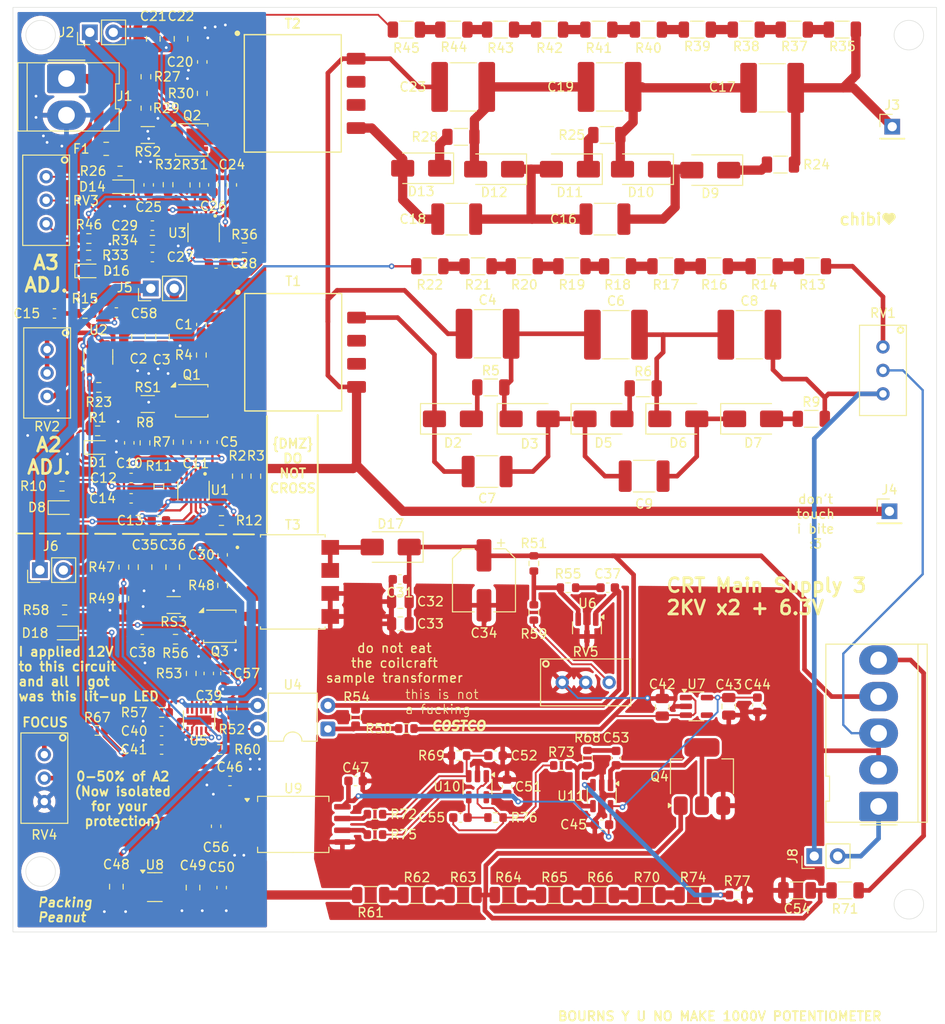
<source format=kicad_pcb>
(kicad_pcb (version 20241229) (generator "pcbnew") (generator_version "9.0")
  (layers (0 "F.Cu" signal) (2 "B.Cu" signal) (13 "F.Paste" user) (15 "B.Paste" user) (5 "F.SilkS" user "F.Silkscreen") (7 "B.SilkS" user "B.Silkscreen") (1 "F.Mask" user) (3 "B.Mask" user) (25 "Edge.Cuts" user))
  (net 0 "")
  (net 1 "/A2 Supply/+12V_IN")
  (net 2 "GND")
  (net 3 "+12V")
  (net 4 "Net-(D2-K)")
  (net 5 "Net-(U1-COMP)")
  (net 6 "AGND")
  (net 7 "Net-(U1-RT)")
  (net 8 "/A2 Supply/VCC")
  (net 9 "Net-(U1-SS)")
  (net 10 "/A2 Supply/CS_FILT")
  (net 11 "Net-(U3-RT)")
  (net 12 "Net-(U3-SS)")
  (net 13 "/Filament Supply/VCC_FIL")
  (net 14 "/Filament Supply/CS_FIL")
  (net 15 "Net-(D2-A)")
  (net 16 "Net-(D3-A)")
  (net 17 "Net-(D3-K)")
  (net 18 "Net-(D5-A)")
  (net 19 "Net-(D7-A)")
  (net 20 "/A3 Supply/+12V_IN")
  (net 21 "Net-(D10-A)")
  (net 22 "/A3 Supply/CS_FILT")
  (net 23 "AGND2")
  (net 24 "/A3 Supply/+PDA")
  (net 25 "Net-(J1-Pin_1)")
  (net 26 "Net-(D1-A)")
  (net 27 "Net-(D6-A)")
  (net 28 "/A2 Supply/PGOOD_HV")
  (net 29 "/Filament Supply/PGOOD_FIL")
  (net 30 "/A3 Supply/PGOOD_HV")
  (net 31 "/Focus Amp/FOCUS")
  (net 32 "/A2 Supply/CS")
  (net 33 "/A2 Supply/MOS_DRAIN")
  (net 34 "/Filament Supply/MOS_SOURCE_FIL")
  (net 35 "/Filament Supply/MOS_GATE_FIL")
  (net 36 "/Filament Supply/MOS_DRAIN_FIL")
  (net 37 "/A3 Supply/CS")
  (net 38 "/A3 Supply/MOS_DRAIN")
  (net 39 "/A2 Supply/UVLO")
  (net 40 "/A2 Supply/FB_HV")
  (net 41 "Net-(R16-Pad2)")
  (net 42 "/Filament Supply/GATE_FIL")
  (net 43 "/Filament Supply/UVLO")
  (net 44 "Net-(R35-Pad2)")
  (net 45 "/A2 Supply/FB_HV_LADDER")
  (net 46 "Net-(R39-Pad2)")
  (net 47 "/Filament Supply/COMP_FB_FIL")
  (net 48 "/A3 Supply/UVLO")
  (net 49 "/A3 Supply/FB_PDA")
  (net 50 "/A2 Supply/CATHODE")
  (net 51 "Net-(C1-Pad2)")
  (net 52 "Net-(D6-K)")
  (net 53 "/GRID")
  (net 54 "Net-(C14-Pad1)")
  (net 55 "Net-(D11-A)")
  (net 56 "Net-(D10-K)")
  (net 57 "Net-(D13-A)")
  (net 58 "Net-(D12-A)")
  (net 59 "Net-(C20-Pad2)")
  (net 60 "Net-(U3-COMP)")
  (net 61 "Net-(C29-Pad1)")
  (net 62 "Net-(C30-Pad2)")
  (net 63 "/FIL_+12V")
  (net 64 "/Filament Supply/FILAMENT")
  (net 65 "Net-(C37-Pad2)")
  (net 66 "Net-(U6-K)")
  (net 67 "Net-(C40-Pad1)")
  (net 68 "Net-(U5-SS)")
  (net 69 "Net-(D8-A)")
  (net 70 "Net-(D9-K)")
  (net 71 "Net-(D11-K)")
  (net 72 "Net-(D13-K)")
  (net 73 "Net-(D14-A)")
  (net 74 "Net-(D16-A)")
  (net 75 "Net-(D17-A)")
  (net 76 "Net-(D18-A)")
  (net 77 "Net-(Q4-B)")
  (net 78 "Net-(Q4-C)")
  (net 79 "/A2 Supply/BRIGHTNESS")
  (net 80 "Net-(R13-Pad2)")
  (net 81 "Net-(R14-Pad2)")
  (net 82 "Net-(R17-Pad2)")
  (net 83 "Net-(R37-Pad2)")
  (net 84 "Net-(R38-Pad2)")
  (net 85 "Net-(R40-Pad2)")
  (net 86 "Net-(R42-Pad1)")
  (net 87 "AGND3")
  (net 88 "Net-(R50-Pad2)")
  (net 89 "Net-(U6-REF)")
  (net 90 "Net-(R52-Pad2)")
  (net 91 "Net-(U5-RT)")
  (net 92 "Net-(U10-V+)")
  (net 95 "Net-(U9-+)")
  (net 96 "Net-(U9--)")
  (net 97 "/Focus Amp/FOCUS_ADJ")
  (net 98 "Net-(U10--)")
  (net 99 "Net-(C55-Pad2)")
  (net 100 "Net-(U10-+)")
  (net 101 "Net-(U11--)")
  (net 102 "Net-(U11-+)")
  (net 103 "Net-(R62-Pad2)")
  (net 104 "Net-(C53-Pad1)")
  (net 105 "Net-(R61-Pad2)")
  (net 106 "Net-(R64-Pad2)")
  (net 107 "Net-(R65-Pad2)")
  (net 108 "Net-(R66-Pad2)")
  (net 109 "Net-(R67-Pad2)")
  (net 110 "Net-(R70-Pad2)")
  (net 111 "/-2KV")
  (net 112 "Net-(R18-Pad1)")
  (net 113 "Net-(R19-Pad1)")
  (net 114 "Net-(R20-Pad1)")
  (net 115 "Net-(R21-Pad1)")
  (net 116 "Net-(R15-Pad2)")
  (net 117 "Net-(Q1-G)")
  (net 118 "Net-(U1-GATE)")
  (net 119 "Net-(R41-Pad1)")
  (net 120 "Net-(R43-Pad1)")
  (net 121 "Net-(R44-Pad1)")
  (net 122 "Net-(R45-Pad1)")
  (net 123 "Net-(R46-Pad2)")
  (net 124 "Net-(Q2-G)")
  (net 125 "Net-(U3-GATE)")
  (net 126 "Net-(R59-Pad2)")
  (net 127 "+5V")
  (net 128 "/A3 Supply/VCC")
  (footprint "Capacitor_SMD:C_2220_5750Metric" (layer "F.Cu") (at 164.6 58.6)
    (property "Reference" "C19")
    (property "Value" "220n")
  )
  (footprint "Capacitor_SMD:C_0603_1608Metric" (layer "F.Cu") (at 123.005 122.04 90)
    (property "Reference" "C57")
    (property "Value" "1u")
  )
  (footprint "Capacitor_SMD:C_0603_1608Metric" (layer "F.Cu") (at 112.8 103.1 180)
    (property "Reference" "C14")
    (property "Value" "22n")
  )
  (footprint "Resistor_SMD:R_0603_1608Metric" (layer "F.Cu") (at 115.8 101.8 -90)
    (property "Reference" "R11")
    (property "Value" "22k")
  )
  (footprint "Capacitor_SMD:C_0603_1608Metric" (layer "F.Cu") (at 148.45 137.6275 180)
    (property "Reference" "C55")
    (property "Value" "1n")
  )
  (footprint "Resistor_SMD:R_1206_3216Metric" (layer "F.Cu") (at 152.8 52.4)
    (property "Reference" "R43")
    (property "Value" "1Meg")
  )
  (footprint "Capacitor_SMD:C_0805_2012Metric" (layer "F.Cu") (at 117.305 110.54 -90)
    (property "Reference" "C36")
    (property "Value" "10u")
  )
  (footprint "Resistor_SMD:R_0603_1608Metric" (layer "F.Cu") (at 117.605 118.34)
    (property "Reference" "R56")
    (property "Value" "20")
  )
  (footprint "Capacitor_SMD:C_0603_1608Metric" (layer "F.Cu") (at 116.1 130.265 180)
    (property "Reference" "C41")
    (property "Value" "47n")
  )
  (footprint "Package_SO:SOIC-8_7.5x5.85mm_P1.27mm" (layer "F.Cu") (at 130.35 138.365)
    (property "Reference" "U9")
    (property "Value" "AMC1311")
  )
  (footprint "YA9033-ALD:XFMR_YA9033-ALD" (layer "F.Cu") (at 130.305 112.14)
    (property "Reference" "T3")
    (property "Value" "YA9033-ALD")
  )
  (footprint "Resistor_SMD:R_1206_3216Metric" (layer "F.Cu") (at 168.8 52.4 180)
    (property "Reference" "R40")
    (property "Value" "1Meg")
  )
  (footprint "Capacitor_SMD:C_0603_1608Metric" (layer "F.Cu") (at 115.1 77 180)
    (property "Reference" "C27")
    (property "Value" "220p")
  )
  (footprint "Resistor_SMD:R_1206_3216Metric" (layer "F.Cu") (at 155.3625 78)
    (property "Reference" "R20")
    (property "Value" "1Meg")
  )
  (footprint "Capacitor_SMD:C_0603_1608Metric" (layer "F.Cu") (at 122 138.565 -90)
    (property "Reference" "C56")
    (property "Value" "1n")
  )
  (footprint "Capacitor_SMD:C_1812_4532Metric" (layer "F.Cu") (at 151.3375 100.2)
    (property "Reference" "C7")
    (property "Value" "100n")
  )
  (footprint "Resistor_SMD:R_0603_1608Metric" (layer "F.Cu") (at 122.575 105.5)
    (property "Reference" "R12")
    (property "Value" "100k")
  )
  (footprint "Resistor_SMD:R_0603_1608Metric" (layer "F.Cu") (at 137.1 126.8 90)
    (property "Reference" "R54")
    (property "Value" "1k")
  )
  (footprint "Capacitor_SMD:C_0805_2012Metric" (layer "F.Cu") (at 119.5 145.2 -90)
    (property "Reference" "C49")
    (property "Value" "10u")
  )
  (footprint "Resistor_SMD:R_0603_1608Metric" (layer "F.Cu") (at 107.8 83.1)
    (property "Reference" "R15")
    (property "Value" "470")
  )
  (footprint "Capacitor_SMD:C_0603_1608Metric" (layer "F.Cu") (at 112.8 100.9 180)
    (property "Reference" "C12")
    (property "Value" "220p")
  )
  (footprint "Potentiometer_THT:Potentiometer_Bourns_3296W_Vertical" (layer "F.Cu") (at 103.6 73.4 -90)
    (property "Reference" "RV3")
    (property "Value" "4.7k")
  )
  (footprint "Diode_SMD:D_SMA" (layer "F.Cu") (at 140.9 108.365 180)
    (property "Reference" "D17")
    (property "Value" "D")
  )
  (footprint "Capacitor_SMD:C_2220_5750Metric" (layer "F.Cu") (at 151.3875 85.3)
    (property "Reference" "C4")
    (property "Value" "220n")
  )
  (footprint "coilcraft:NA5920-AL" (layer "F.Cu") (at 130.35 87.3)
    (property "Reference" "T1")
    (property "Value" "~")
  )
  (footprint "Resistor_SMD:R_0603_1608Metric" (layer "F.Cu") (at 109.125 128.2 180)
    (property "Reference" "R67")
    (property "Value" "6.8k")
  )
  (footprint "Diode_SMD:D_SMA" (layer "F.Cu") (at 168 67.5 180)
    (property "Reference" "D10")
    (property "Value" "D")
  )
  (footprint "Resistor_SMD:R_0603_1608Metric" (layer "F.Cu") (at 139.2 137.265)
    (property "Reference" "R72")
    (property "Value" "10k")
  )
  (footprint "Resistor_SMD:R_0603_1608Metric" (layer "F.Cu") (at 124.3 100.7 -90)
    (property "Reference" "R2")
    (property "Value" "50k")
  )
  (footprint "Resistor_SMD:R_1206_3216Metric" (layer "F.Cu") (at 165.4625 78)
    (property "Reference" "R18")
    (property "Value" "1Meg")
  )
  (footprint "Resistor_SMD:R_0603_1608Metric" (layer "F.Cu") (at 159.375 131.99)
    (property "Reference" "R73")
    (property "Value" "5k")
  )
  (footprint "NetTie:NetTie-2_SMD_Pad0.5mm" (layer "F.Cu") (at 118 127.6 90)
    (property "Reference" "NT3" (hide yes))
    (property "Value" "NetTie_2" (hide yes))
  )
  (footprint "LED_SMD:LED_0603_1608Metric" (layer "F.Cu") (at 105.6 117.665 180)
    (property "Reference" "D18")
    (property "Value" "LED")
  )
  (footprint "Capacitor_SMD:C_0603_1608Metric" (layer "F.Cu") (at 119.8 97.025 90)
    (property "Reference" "C11")
    (property "Value" "1u")
  )
  (footprint "Resistor_SMD:R_1206_3216Metric" (layer "F.Cu") (at 153.6375 146)
    (property "Reference" "R64")
    (property "Value" "1Meg")
  )
  (footprint "Diode_SMD:D_SMA" (layer "F.Cu") (at 147.6375 94.5)
    (property "Reference" "D2")
    (property "Value" "D")
  )
  (footprint "Package_SON:VSON-8_3.3x3.3mm_P0.65mm_NexFET" (layer "F.Cu") (at 122.395 116.93)
    (property "Reference" "Q3")
    (property "Value" "CSD19537Q3")
  )
  (footprint "Resistor_SMD:R_1206_3216Metric" (layer "F.Cu") (at 150.3625 78)
    (property "Reference" "R21")
    (property "Value" "1Meg")
  )
  (footprint "Capacitor_SMD:C_0805_2012Metric" (layer "F.Cu") (at 118.2 53.4 90)
    (property "Reference" "C22")
    (property "Value" "10u")
  )
  (footprint "Capacitor_SMD:C_1206_3216Metric" (layer "F.Cu") (at 184.89375 145.5 180)
    (property "Reference" "C54")
    (property "Value" "1n")
  )
  (footprint "Capacitor_SMD:C_1812_4532Metric" (layer "F.Cu") (at 164.1 72.9)
    (property "Reference" "C16")
    (property "Value" "100n")
  )
  (footprint "Resistor_SMD:R_1206_3216Metric" (layer "F.Cu") (at 163.6 146)
    (property "Reference" "R66")
    (property "Value" "1Meg")
  )
  (footprint "Capacitor_SMD:C_0603_1608Metric" (layer "F.Cu") (at 115.8 105.5 180)
    (property "Reference" "C13")
    (property "Value" "47n")
  )
  (footprint "Resistor_SMD:R_1206_3216Metric" (layer "F.Cu") (at 186.5625 78 180)
    (property "Reference" "R13")
    (property "Value" "1Meg")
  )
  (footprint "LED_SMD:LED_0603_1608Metric" (layer "F.Cu") (at 108.2 78.5)
    (property "Reference" "D16")
    (property "Value" "LED")
  )
  (footprint "Resistor_SMD:R_0603_1608Metric" (layer "F.Cu") (at 112.005 113.94 -90)
    (property "Reference" "R49")
    (property "Value" "50k")
  )
  (footprint "Resistor_SMD:R_0603_1608Metric" (layer "F.Cu") (at 112.005 110.54 -90)
    (property "Reference" "R47")
    (property "Value" "50k")
  )
  (footprint "LM5155:IC_LM5155DSSR" (layer "F.Cu") (at 120.155 127.09 -90)
    (property "Reference" "U5")
    (property "Value" "LM5155DSSR")
  )
  (footprint "Resistor_SMD:R_1206_3216Metric" (layer "F.Cu") (at 181.3375 78 180)
    (property "Reference" "R14")
    (property "Value" "1Meg")
  )
  (footprint "Capacitor_SMD:C_0603_1608Metric" (layer "F.Cu") (at 164.4 112.765 180)
    (property "Reference" "C37")
    (property "Value" "220n")
  )
  (footprint "Connector_Molex:Molex_KK-396_5273-02A_1x02_P3.96mm_Vertical" (layer "F.Cu") (at 105.8 57.7 -90)
    (property "Reference" "J1")
    (property "Value" "Conn_01x02_Pin")
  )
  (footprint "Resistor_SMD:R_0603_1608Metric" (layer "F.Cu") (at 115.1 75.2)
    (property "Reference" "R34")
    (property "Value" "22k")
  )
  (footprint "Capacitor_SMD:C_0603_1608Metric" (layer "F.Cu") (at 120.4 84.3 -90)
    (property "Reference" "C1")
    (property "Value" "220p")
  )
  (footprint "Capacitor_SMD:C_0805_2012Metric" (layer "F.Cu") (at 111.2 145.1 -90)
    (property "Reference" "C48")
    (property "Value" "10u")
  )
  (footprint "Resistor_SMD:R_0603_1608Metric" (layer "F.Cu") (at 108.2 76.8)
    (property "Reference" "R33")
    (property "Value" "2k")
  )
  (footprint "Resistor_SMD:R_1206_3216Metric" (layer "F.Cu") (at 170.7 78 180)
    (property "Reference" "R17")
    (property "Value" "1Meg")
  )
  (footprint "Capacitor_SMD:C_0603_1608Metric" (layer "F.Cu") (at 180.6 125.425 -90)
    (property "Reference" "C44")
    (property "Value" "100n")
  )
  (footprint "Potentiometer_THT:Potentiometer_Bourns_3296W_Vertical" (layer "F.Cu") (at 103.4 130.82 90)
    (property "Reference" "RV4")
    (property "Value" "4.7k")
  )
  (footprint "Potentiometer_THT:Potentiometer_Bourns_3296W_Vertical" (layer "F.Cu") (at 194.2 91.8 -90)
    (property "Reference" "RV1")
    (property "Value" "1Meg")
  )
  (footprint "Resistor_SMD:R_1206_3216Metric" (layer "F.Cu") (at 138.7375 146)
    (property "Reference" "R61")
    (property "Value" "1Meg")
  )
  (footprint "Connector_PinHeader_2.54mm:PinHeader_1x02_P2.54mm_Vertical" (layer "F.Cu") (at 186.76 141.8 90)
    (property "Reference" "J8")
    (property "Value" "Conn_01x02_Pin")
  )
  (footprint "LM5155:IC_LM5155DSSR" (layer "F.Cu") (at 120.65 74.35 -90)
    (property "Reference" "U3")
    (property "Value" "LM5155DSSR")
  )
  (footprint "Package_SON:VSON-8_3.3x3.3mm_P0.65mm_NexFET" (layer "F.Cu") (at 119.36 92.5425)
    (property "Reference" "Q1")
    (property "Value" "CSD19537Q3")
  )
  (footprint "Resistor_SMD:R_1206_3216Metric" (layer "F.Cu") (at 183.1 67)
    (property "Reference" "R24")
    (property "Value" "20")
  )
  (footprint "Resistor_SMD:R_1206_3216Metric" (layer "F.Cu") (at 163.4375 52.4)
    (property "Reference" "R41")
    (property "Value" "1Meg")
  )
  (footprint "Capacitor_SMD:C_1812_4532Metric" (layer "F.Cu") (at 148.05 72.9)
    (property "Reference" "C18")
    (property "Value" "100n")
  )
  (footprint "Diode_SMD:D_SMA" (layer "F.Cu") (at 160.3 67.5 180)
    (property "Reference" "D11")
    (property "Value" "D")
  )
  (footprint "Resistor_SMD:R_0603_1608Metric" (layer "F.Cu") (at 108.225 75 180)
    (property "Reference" "R46")
    (property "Value" "470")
  )
  (footprint "Resistor_SMD:R_0603_1608Metric" (layer "F.Cu") (at 148.3 130.9275)
    (property "Reference" "R69")
    (property "Value" "10k")
  )
  (footprint "LM5155:IC_LM5155DSSR" (layer "F.Cu") (at 119.55 102.25 -90)
    (property "Reference" "U1")
    (property "Value" "LM5155DSSR")
  )
  (footprint "Resistor_SMD:R_0603_1608Metric" (layer "F.Cu") (at 120.5 59.3 -90)
    (property "Reference" "R30")
    (property "Value" "100")
  )
  (footprint "Diode_SMD:D_SMA" (layer "F.Cu") (at 175.5 67.6 180)
    (property "Reference" "D9")
    (property "Value" "D")
  )
  (footprint "Capacitor_SMD:C_0603_1608Metric" (layer "F.Cu") (at 123.7 69.2 90)
    (property "Reference" "C24")
    (property "Value" "100n")
  )
  (footprint "Resistor_SMD:R_1206_3216Metric" (layer "F.Cu") (at 151.7375 91.1)
    (property "Reference" "R5")
    (property "Value" "20")
  )
  (footprint "Resistor_SMD:R_0603_1608Metric" (layer "F.Cu") (at 160.1 112.765 180)
    (property "Reference" "R55")
    (property "Value" "1k")
  )
  (footprint "Capacitor_SMD:C_0603_1608Metric" (layer "F.Cu") (at 116.1 128.265 180)
    (property "Reference" "C40")
    (property "Value" "220n")
  )
  (footprint "Resistor_SMD:R_0603_1608Metric" (layer "F.Cu") (at 114.4 60.9 -90)
    (property "Reference" "R29")
    (property "Value" "50k")
  )
  (footprint "Resistor_SMD:R_0603_1608Metric" (layer "F.Cu") (at 142.6 128 180)
    (property "Reference" "R50")
    (property "Value" "1k")
  )
  (footprint "Resistor_SMD:R_0603_1608Metric" (layer "F.Cu") (at 122.4 130.265)
    (property "Reference" "R60")
    (property "Value" "50k")
  )
  (footprint "Capacitor_SMD:C_1812_4532Metric" (layer "F.Cu") (at 168.3375 100.7)
    (property "Reference" "C9")
    (property "Value" "100n")
  )
  (footprint "Capacitor_SMD:C_0805_2012Metric" (layer "F.Cu") (at 115.2 53.4 90)
    (property "Reference" "C21")
    (property "Value" "10u")
  )
  (footprint "Package_TO_SOT_SMD:SOT-23-5" (layer "F.Cu") (at 174 125.6)
    (property "Reference" "U7")
    (property "Value" "AP2204K-5.0")
  )
  (footprint "Resistor_SMD:R_1206_3216Metric" (layer "F.Cu") (at 148.5 64)
    (property "Reference" "R28")
    (property "Value" "20")
  )
  (footprint "Diode_SMD:D_SMA" (layer "F.Cu") (at 172.0375 94.5)
    (property "Reference" "D6")
    (property "Value" "D")
  )
  (footprint "Package_TO_SOT_SMD:SOT-23" (layer "F.Cu") (at 162.15 117.1025 -90)
    (property "Reference" "U6")
    (property "Value" "TL431DBZ")
  )
  (footprint "Connector_PinHeader_2.54mm:PinHeader_1x01_P2.54mm_Vertical" (layer "F.Cu") (at 194.9 104.5)
    (property "Reference" "J4")
    (property "Value" "A2")
  )
  (footprint "Capacitor_SMD:C_0603_1608Metric" (layer "F.Cu") (at 122 77.7)
    (property "Reference" "C28")
    (property "Value" "47n")
  )
  (footprint "Capacitor_SMD:C_0603_1608Metric" (layer "F.Cu") (at 104.5 83.1 180)
    (property "Reference" "C15")
    (property "Value" "100p")
  )
  (footprint "Capacitor_SMD:C_0603_1608Metric" (layer "F.Cu") (at 165.3 131.19 -90)
    (property "Reference" "C53")
    (property "Value" "100p")
  )
  (footprint "Capacitor_SMD:C_2220_5750Metric" (layer "F.Cu") (at 182.2 58.7)
    (property "Reference" "C17")
    (property "Value" "220n")
  )
  (footprint "Capacitor_SMD:C_2220_5750Metric" (layer "F.Cu") (at 148.75 58.6)
    (property "Reference" "C23")
    (property "Value" "220n")
  )
  (footprint "Resistor_SMD:R_0603_1608Metric" (layer "F.Cu") (at 119.7 69.2 90)
    (property "Reference" "R31")
    (property "Value" "0")
  )
  (footprint "Capacitor_SMD:C_0603_1608Metric" (layer "F.Cu") (at 141.9 111.865 180)
    (property "Reference" "C31")
    (property "Value" "100n")
  )
  (footprint "Resistor_SMD:R_1206_3216Metric" (layer "F.Cu") (at 174.1 52.4 180)
    (property "Reference" "R39")
    (property "Value" "1Meg")
  )
  (footprint "Package_TO_SOT_SMD:SOT-223-3_TabPin2" (layer "F.Cu") (at 174.6 133.19 90)
    (property "Reference" "Q4")
    (property "Value" "STN0214")
  )
  (footprint "Fuse:Fuse_0805_2012Metric" (layer "F.Cu") (at 110.1 65.3)
    (property "Reference" "F1")
    (property "Value" "Fuse")
  )
  (footprint "Package_TO_SOT_SMD:SOT-23-5" (layer "F.Cu") (at 163.75 135.2525 -90)
    (property "Reference" "U11")
    (property "Value" "TLV314QDBVR")
  )
  (footprint "NetTie:NetTie-2_SMD_Pad0.5mm" (layer "F.Cu") (at 118.5 74.8 90)
    (property "Reference" "NT2" (hide yes))
    (property "Value" "NetTie_2" (hide yes))
  )
  (footprint "Resistor_SMD:R_1206_3216Metric" (layer "F.Cu") (at 164.3 63.8)
    (property "Reference" "R25")
    (property "Value" "20")
  )
  (footprint "Package_TO_SOT_SMD:SOT-23-5" (layer "F.Cu") (at 109.25 87.8 90)
    (property "Reference" "U2")
    (property "Value" "TLV314QDBVR")
  )
  (footprint "Resistor_SMD:R_0603_1608Metric" (layer "F.Cu") (at 123.7 125.8 -90)
    (property "Reference" "R52")
    (property "Value" "5k")
  )
  (footprint "Capacitor_SMD:C_0805_2012Metric" (layer "F.Cu") (at 170.3 125.7 90)
    (property "Reference" "C42")
    (property "Value" "10u")
  )
  (footprint "Resistor_SMD:R_1206_3216Metric" (layer "F.Cu") (at 147.7375 52.4)
    (property "Reference" "R44")
    (property "Value" "1Meg")
  )
  (footprint "Resistor_SMD:R_0603_1608Metric" (layer "F.Cu") (at 156.4 115.44 -90)
    (property "Reference" "R59")
    (property "Value" "20k")
  )
  (footprint "Potentiometer_THT:Potentiometer_Bourns_3296W_Vertical" (layer "F.Cu") (at 103.7 87 90)
    (property "Reference" "RV2")
    (property "Value" "4.7k")
  )
  (footprint "Resistor_SMD:R_1206_3216Metric" (layer "F.Cu") (at 184.6 52.4 180)
    (property "Reference" "R37")
    (property "Value" "1Meg")
  )
  (footprint "Connector_PinHeader_2.54mm:PinHeader_1x02_P2.54mm_Vertical" (layer "F.Cu") (at 108.325 52.7 90)
    (property "Reference" "J2")
    (property "Value" "A3_EN")
  )
  (footprint "Connector_PinHeader_2.54mm:PinHeader_1x02_P2.54mm_Vertical" (layer "F.Cu") (at 114.925 80.4 90)
    (property "Reference" "J5")
    (property "Value" "A2_EN")
  )
  (footprint "Capacitor_SMD:C_0603_1608Metric" (layer "F.Cu") (at 163.775 138.39 180)
    (property "Reference" "C45")
    (property "Value" "100n")
  )
  (footprint "Resistor_SMD:R_1206_3216Metric" (layer "F.Cu") (at 114.6 92.9 180)
    (property "Reference" "RS1")
    (property "Value" "0.002")
  )
  (footprint "Resistor_SMD:R_0603_1608Metric" (layer "F.Cu") (at 120.4 87.6 -90)
    (property "Reference" "R4")
    (property "Value" "100")
  )
  (footprint "Resistor_SMD:R_1206_3216Metric" (layer "F.Cu") (at 160.525 78)
    (property "Reference" "R19")
    (property "Value" "1Meg")
  )
  (footprint "Resistor_SMD:R_0603_1608Metric" (layer "F.Cu") (at 126.3 100.7 90)
    (property "Reference" "R3")
    (property "Value" "50k")
  )
  (footprint "Resistor_SMD:R_0603_1608Metric" (layer "F.Cu") (at 114.3 97.1 90)
    (property "Reference" "R8")
    (property "Value" "20")
  )
  (footprint "Capacitor_SMD:C_0603_1608Metric" (layer "F.Cu") (at 122.6 145.2 -90)
    (property "Reference" "C50")
    (property "Value" "100n")
  )
  (footprint "Resistor_SMD:R_0603_1608Metric" (layer "F.Cu") (at 105.6 115.165 180)
    (property "Reference" "R58")
    (property "Value" "2k")
  )
  (footprint "Potentiometer_THT:Potentiometer_Bourns_3296W_Vertical" (layer "F.Cu") (at 164.55 123)
    (property "Reference" "RV5")
    (property "Value" "4.7k")
  )
  (footprint "Resistor_SMD:R_1206_3216Metric" (layer "F.Cu") (at 114.6 63.8 180)
    (property "Reference" "RS2")
    (property "Value" "0.002")
  )
  (footprint "Capacitor_SMD:C_0805_2012Metric" (layer "F.Cu") (at 116.2 85.6 -90)
    (property "Reference" "C3")
    (property "Value" "10u")
  )
  (footprint "Capacitor_SMD:C_2220_5750Metric" (layer "F.Cu") (at 179.7375 85.4)
    (property "Reference" "C8")
    (property "Value" "220n")
  )
  (footprint "Package_TO_SOT_SMD:SOT-23-5" (layer "F.Cu") (at 150.3 134.29 -90)
    (property "Reference" "U10")
    (property "Value" "TLV314QDBVR")
  )
  (footprint "Diode_SMD:D_SMA" (layer "F.Cu") (at 144.2 67.4 180)
    (property "Reference" "D13")
    (property "Value" "D")
  )
  (footprint "Connector_PinHeader_2.54mm:PinHeader_1x01_P2.54mm_Vertical" (layer "F.Cu") (at 195.2 62.9)
    (property "Reference" "J3")
    (property "Value" "A3")
  )
  (footprint "Capacitor_SMD:C_0603_1608Metric" (layer "F.Cu") (at 123.5 133.665 180)
    (property "Reference" "C46")
    (property "Value" "100n")
  )
  (footprint "Capacitor_SMD:C_0603_1608Metric" (layer "F.Cu") (at 153.5 134.29 90)
    (property "Reference" "C51")
    (property "Value" "100n")
  )
  (footprint "Capacitor_SMD:C_0603_1608Metric" (layer "F.Cu") (at 122.705 109.215 -90)
    (property "Reference" "C30")
    (property "Value" "220p")
  )
  (footprint "Resistor_SMD:R_1206_3216Metric" (layer "F.Cu") (at 168.2375 91.2)
    (property "Reference" "R6")
    (property "Value" "20")
  )
  (footprint "Diode_SMD:D_SMA" (layer "F.Cu") (at 155.9375 94.5)
    (property "Reference" "D3")
    (property "Value" "D")
  )
  (footprint "Connector_PinHeader_2.54mm:PinHeader_1x02_P2.54mm_Vertical" (layer "F.Cu") (at 102.925 110.865 90)
    (property "Reference" "J6")
    (property "Value" "FIL_EN")
  )
  (footprint "Capacitor_SMD:C_0603_1608Metric" (layer "F.Cu") (at 111.2 83)
    (property "Reference" "C58")
    (property "Value" "100n")
  )
  (footprint "Resistor_SMD:R_0603_1608Metric" (layer "F.Cu") (at 114.4 57.5 -90)
    (property "Reference" "R27")
    (property "Value" "50k")
  )
  (footprint "Resistor_SMD:R_1206_3216Metric" (layer "F.Cu") (at 117.405 114.64 180)
    (property "Reference" "RS3")
    (property "Value" "0.002")
  )
  (footprint "Resistor_SMD:R_0603_1608Metric" (layer "F.Cu") (at 117.9 97.025 90)
    (property "Reference" "R7")
    (property "Value" "0")
  )
  (footprint "Capacitor_SMD:C_0603_1608Metric" (layer "F.Cu") (at 152.25 130.9275 180)
    (property "Reference" "C52")
    (property "Value" "1n")
  )
  (footprint "Resistor_SMD:R_1206_3216Metric" (layer "F.Cu") (at 145.1375 78)
    (property "Reference" "R22")
    (property "Value" "1Meg")
  )
  (footprint "Resistor_SMD:R_1206_3216Metric" (layer "F.Cu") (at 142.6 52.4)
    (property "Reference" "R45")
    (property "Value" "1Meg")
  )
  (footprint "Package_DIP:DIP-4_W7.62mm" (layer "F.Cu") (at 134.105 128.04 180)
    (property "Reference" "U4")
    (property "Value" "PC817")
  )
  (footprint "Capacitor_SMD:C_0805_2012Metric" (layer "F.Cu") (at 141.95 114.265 180)
    (property "Reference" "C32")
    (property "Value" "10u")
  )
  (footprint "Resistor_SMD:R_1206_3216Metric" (layer "F.Cu") (at 148.7375 146)
    (property "Reference" "R63")
    (property "Value" "1Meg")
  )
  (footprint "Diode_SMD:D_SMA" (layer "F.Cu") (at 180.1375 94.5)
    (property "Reference" "D7")
    (property "Value" "D")
  )
  (footprint "Capacitor_SMD:C_0805_2012Metric" (layer "F.Cu") (at 141.95 116.665 180)
    (property "Reference" "C33")
    (property "Value" "10u")
  )
  (footprint "Resistor_SMD:R_0603_1608Metric" (layer "F.Cu") (at 105.3125 101.78)
    (property "Reference" "R10")
    (property "Value" "2k")
  )
  (footprint "Capacitor_SMD:C_0805_2012Metric" (layer "F.Cu") (at 113.6 85.6 -90)
    (property "Reference" "C2")
    (property "Value" "10u")
  )
  (footprint "Resistor_SMD:R_0603_1608Metric" (layer "F.Cu") (at 109.3 91.1)
    (property "Reference" "R23")
    (property "Value" "4.7k")
  )
  (footprint "Capacitor_SMD:C_0603_1608Metric" (layer "F.Cu") (at 114.005 118.34 180)
    (property "Reference" "C38")
    (property "Value" "470p")
  )
  (footprint "Resistor_SMD:R_1206_3216Metric" (layer "F.Cu") (at 158.6375 146)
    (property "Reference" "R65")
    (property "Value" "1Meg")
  )
  (footprint "Capacitor_SMD:C_0603_1608Metric" (layer "F.Cu") (at 120.5 55.9 -90)
    (property "Reference" "C20")
    (property "Value" "220p")
  )
  (footprint "Capacitor_SMD:C_0603_1608Metric" (layer "F.Cu") (at 121.205 122.04 90)
    (property "Reference" "C39")
    (property "Value" "1u")
  )
  (footprint "Resistor_SMD:R_0603_1608Metric" (layer "F.Cu") (at 162.2 131.19 90)
    (property "Reference" "R68")
    (property "Value" "100k")
  )
  (footprint "Resistor_SMD:R_0603_1608Metric" (layer "F.Cu") (at 116.1 126.265 180)
    (property "Reference" "R57")
    (property "Value" "1k")
  )
  (footprint "Resistor_SMD:R_1206_3216Metric" (layer "F.Cu") (at 175.9375 78 180)
    (property "Reference" "R16")
    (property "Value" "1Meg")
  )
  (footprint "Package_TO_SOT_SMD:SOT-23-5" (layer "F.Cu") (at 115.3625 145.15)
    (property "Reference" "U8")
    (property "Value" "AP2204K-5.0")
  )
  (footprint "Capacitor_SMD:C_2220_5750Metric" (layer "F.Cu") (at 165.2875 85.4)
    (property "Reference" "C6")
    (property "Value" "220n")
  )
  (footprint "Resistor_SMD:R_0603_1608Metric" (layer "F.Cu") (at 119.305 122.04 90)
    (property "Reference" "R53")
    (property "Value" "0")
  )
  (footprint "Resistor_SMD:R_1206_3216Metric" (layer "F.Cu") (at 179.4 52.4 180)
    (property "Reference" "R38")
    (property "Value" "1Meg")
  )
  (footprint "LED_SMD:LED_0603_1608Metric" (layer "F.Cu") (at 109.2125 97.6)
    (property "Reference" "D1")
    (property "Value" "LED")
  )
  (footprint "LED_SMD:LED_0603_1608Metric" (layer "F.Cu") (at 105.3 104.1)
    (property "Reference" "D8")
    (property "Value" "LED")
  )
  (footprint "LED_SMD:LED_0603_1608Metric" (layer "F.Cu") (at 111.6 69.4 180)
    (property "Reference" "D14")
    (property "Value" "LED")
  )
  (footprint "Capacitor_SMD:C_0603_1608Metric" (layer "F.Cu") (at 114.7 69.2 90)
    (property "Reference" "C25")
    (property "Value" "470p")
  )
  (footprint "Capacitor_SMD:C_0603_1608Metric" (layer "F.Cu") (at 121.7 69.2 90)
    (property "Reference" "C26")
    (property "Value" "1u")
  )
  (footprint "Resistor_SMD:R_1206_3216Metric" (layer "F.Cu") (at 189.8 52.4 180)
    (property "Reference" "R35")
    (property "Value" "1Meg")
  )
  (footprint "Resistor_SMD:R_1206_3216Metric" (layer "F.Cu") (at 173.6375 146)
    (property "Reference" "R74")
    (property "Value" "1Meg")
  )
  (footprint "NetTie:NetTie-2_SMD_Pad0.5mm" (layer "F.Cu") (at 117.4 102.7 90)
    (property "Reference" "NT1" (hide yes))
    (property "Value" "NetTie_2" (hide yes))
  )
  (footprint "Resistor_SMD:R_0603_1608Metric" (layer "F.Cu") (at 122.705 112.515 -90)
    (property "Reference" "R48")
    (property "Value" "100")
  )
  (footprint "Resistor_SMD:R_0603_1608Metric" (layer "F.Cu") (at 139.2 139.465)
    (property "Reference" "R75")
    (property "Value" "10k")
  )
  (footprint "Diode_SMD:D_SMA" (layer "F.Cu") (at 152.1 67.5 180)
    (property "Reference" "D12")
    (property "Value" "D")
  )
  (footprint "Resistor_SMD:R_0603_1608Metric" (layer "F.Cu") (at 152.25 137.6275)
    (property "Reference" "R76")
    (property "Value" "10k")
  )
  (footprint "Capacitor_SMD:C_0805_2012Metric" (layer "F.Cu") (at 114.305 110.54 -90)
    (property "Reference" "C35")
    (property "Value" "10u")
  )
  (footprint "Resistor_SMD:R_0603_1608Metric" (layer "F.Cu") (at 156.4 110.14 -90)
    (property "Reference" "R51")
    (property "Value" "33k")
  )
  (footprint "Capacitor_SMD:C_0805_2012Metric" (layer "F.Cu") (at 177.5 125.6 -90)
    (property "Reference" "C43")
    (property "Value" "10u")
  )
  (footprint "Resistor_SMD:R_1206_3216Metric" (layer "F.Cu") (at 143.7375 146)
    (property "Reference" "R62")
    (property "Value" "1Meg")
  )
  (footprint "Capacitor_SMD:CP_Elec_6.3x7.7" (layer "F.Cu") (at 151 111.965 -90)
    (property "Reference" "C34")
    (property "Value" "100u")
  )
  (footprint "Resistor_SMD:R_1206_3216Metric" (layer "F.Cu") (at 158.1 52.4)
    (property "Reference" "R42")
    (property "Value" "1Meg")
  )
  (footprint "Resistor_SMD:R_0603_1608Metric" (layer "F.Cu") (at 178.4 146)
    (property "Reference" "R77")
    (property "Value" "10k")
  )
  (footprint "Resistor_SMD:R_1206_3216Metric" (layer "F.Cu") (at 190.09375 145.5)
    (property "Reference" "R71")
    (property "Value" "100k")
  )
  (footprint "coilcraft:NA5920-AL" (layer "F.Cu") (at 130.3 59.3)
    (property "Reference" "T2")
    (property "Value" "~")
  )
  (footprint "Resistor_SMD:R_1206_3216Metric" (layer "F.Cu") (at 168.6375 146)
    (property "Reference" "R70")
    (property "Value" "1Meg")
  )
  (footprint "Resistor_SMD:R_0603_1608Metric" (layer "F.Cu") (at 111.6 67.7 180)
    (property "Reference" "R26")
    (property "Value" "4k")
  )
  (footprint "Package_SON:VSON-8_3.3x3.3mm_P0.65mm_NexFET" (layer "F.Cu") (at 119.36 64.3275)
    (property "Reference" "Q2")
    (property "Value" "CSD19537Q3")
  )
  (footprint "Diode_SMD:D_SMA" (layer "F.Cu") (at 163.9375 94.5)
    (property "Reference" "D5")
    (property "Value" "D")
  )
  (footprint "Capacitor_SMD:C_0603_1608Metric" (layer "F.Cu") (at 112.6 97.1 90)
    (property "Reference" "C10")
    (property "Value" "470p")
  )
  (footprint "Connector_Molex:Molex_KK-396_5273-05A_1x05_P3.96mm_Vertical" (layer "F.Cu") (at 193.725 136.42 90)
    (property "Reference" "J7" (hide yes))
    (property "Value" "FIL CAT FOCUS")
  )
  (footprint "Capacitor_SMD:C_0603_1608Metric" (layer "F.Cu") (at 121.6 97.025 90)
    (property "Reference" "C5")
    (property "Value" "100n")
  )
  (footprint "Resistor_SMD:R_0603_1608Metric" (layer "F.Cu") (at 109.175 95.8)
    (property "Reference" "R1")
    (property "Value" "3.9k")
  )
  (footprint "Capacitor_SMD:C_0603_1608Metric" (layer "F.Cu") (at 115.1 73.6 180)
    (property "Reference" "C29")
    (property "Value" "22n")
  )
  (footprint "Resistor_SMD:R_0603_1608Metric" (layer "F.Cu") (at 125.075 76)
    (property "Reference" "R36")
    (property "Value" "100k")
  )
  (footprint "Resistor_SMD:R_0603_1608Metric" (layer "F.Cu") (at 116.8 69.175 90)
    (property "Reference" "R32")
    (property "Value" "20")
  )
  (footprint "Resistor_SMD:R_1206_3216Metric" (layer "F.Cu") (at 186.4375 94.5)
    (property "Reference" "R9")
    (property "Value" "20")
  )
  (footprint "Capacitor_SMD:C_0603_1608Metric" (layer "F.Cu") (at 137.1 133.665)
    (property "Reference" "C47")
    (property "Value" "100n")
  )
  (gr_line (start 126.1 107) (end 100.4 106.9) (stroke (width 0.2) (type dash)) (layer "F.SilkS"))
  (gr_line (start 133 94.1) (end 133 106.8) (stroke (width 0.2)) (layer "F.SilkS"))
  (gr_circle (center 105.7 85.2) (end 105.8 85.5) (stroke (width 0.2)) (fill no) (layer "F.SilkS"))
  (gr_line (start 127.5 94.2) (end 127.5 106.8) (stroke (width 0.2)) (layer "F.SilkS"))
  (gr_poly (pts (arc (start 194.850931 72.345376) (mid 195.450931 72.345376) (end 195.450931 72.945376)) (xy 194.850931 73.545376) (arc (start 194.250931 72.945376) (mid 194.250931 72.345376) (end 194.850931 72.345376))) (fill yes) (layer "F.SilkS"))
  (gr_circle (center 105.4 129) (end 105.5 129.3) (stroke (width 0.2)) (fill no) (layer "F.SilkS"))
  (gr_circle (center 157.7 121) (end 157.8 121.3) (stroke (width 0.2)) (fill no) (layer "F.SilkS"))
  (gr_circle (center 196.1 84.9) (end 196.2 85.2) (stroke (width 0.2)) (fill no) (layer "F.SilkS"))
  (gr_circle (center 105.6 66.5) (end 105.7 66.8) (stroke (width 0.2)) (fill no) (layer "F.SilkS"))
  (gr_circle (center 197 53) (end 198.6 53) (stroke (width 0.05)) (fill no) (layer "Edge.Cuts"))
  (gr_circle (center 197 147) (end 198.6 147) (stroke (width 0.05)) (fill no) (layer "Edge.Cuts"))
  (gr_rect (start 100 50) (end 200 150) (stroke (width 0.05)) (fill no) (layer "Edge.Cuts"))
  (gr_circle (center 103 143.465) (end 104.6 143.465) (stroke (width 0.05)) (fill no) (layer "Edge.Cuts"))
  (gr_circle (center 103 53) (end 104.6 53) (stroke (width 0.05)) (fill no) (layer "Edge.Cuts"))
  (gr_text "this is not \na fucking" (at 142.4 126.5 0) (layer "F.SilkS") (effects (font (size 1 1) (thickness 0.1)) (justify left bottom)))
  (gr_text "COSTCO" (at 145.2 128.3 0) (layer "F.SilkS") (effects (font (size 1 1) (thickness 0.25) (bold yes) (italic yes)) (justify left bottom)))
  (gr_text "I applied 12V\nto this circuit\nand all I got\nwas this lit-up LED" (at 100.5 125.1 0) (layer "F.SilkS") (effects (font (size 1 1) (thickness 0.2) (bold yes)) (justify left bottom)))
  (gr_text "chibi" (at 189.350931 73.645376 0) (layer "F.SilkS") (effects (font (size 1.25 1.25) (thickness 0.25) (bold yes)) (justify left bottom)))
  (gr_text "do not eat\nthe coilcraft\nsample transformer" (at 141.3 123.1 0) (layer "F.SilkS") (effects (font (size 1 1)) (justify bottom)))
  (gr_text "Packing\nPeanut" (at 102.6 149 0) (layer "F.SilkS") (effects (font (size 1 1) (thickness 0.2) (bold yes) (italic yes)) (justify left bottom)))
  (gr_text "CRT Main Supply 3\n2KV x2 + 6.3V" (at 170.6 115.8 0) (layer "F.SilkS") (effects (font (size 1.5 1.5) (thickness 0.3) (bold yes)) (justify left bottom)))
  (gr_text "A2\nADJ.\n" (at 103.9 100.6 0) (layer "F.SilkS") (effects (font (size 1.5 1.5) (thickness 0.3) (bold yes)) (justify bottom)))
  (gr_text "A3\nADJ." (at 103.6 80.9 0) (layer "F.SilkS") (effects (font (size 1.5 1.5) (thickness 0.3) (bold yes)) (justify bottom)))
  (gr_text "{DMZ}\nDO\nNOT\nCROSS" (at 130.3 102.6 0) (layer "F.SilkS") (effects (font (size 1 1) (thickness 0.2) (bold yes)) (justify bottom)))
  (gr_text "don't\ntouch\ni bite\n:3" (at 186.9 108.6 0) (layer "F.SilkS") (effects (font (size 1 1)) (justify bottom)))
  (gr_text "FOCUS" (at 100.9 127.92 0) (layer "F.SilkS") (effects (font (size 1 1) (thickness 0.2) (bold yes)) (justify left bottom)))
  (gr_text "0-50% of A2\n(Now isolated\nfor your \nprotection)" (at 111.9 138.6 0) (layer "F.SilkS") (effects (font (size 1 1) (thickness 0.2) (bold yes)) (justify bottom)))
  (gr_text "BOURNS Y U NO MAKE 1000V POTENTIOMETER" (at 158.9 159.7 0) (layer "F.SilkS") (effects (font (size 1 1) (thickness 0.2) (bold yes)) (justify left bottom)))
  (segment (start 121.6 97.8) (end 122.9 97.8) (width 0.25) (layer "F.Cu") (net 1))
  (segment (start 112 91.5) (end 108.35 95.15) (width 1) (layer "F.Cu") (net 1))
  (segment (start 121.6 99.2) (end 121.6 97.8) (width 0.25) (layer "F.Cu") (net 1))
  (segment (start 112.75 84.65) (end 112 85.4) (width 1) (layer "F.Cu") (net 1))
  (segment (start 120.4 83.525) (end 123.47 83.525) (width 1) (layer "F.Cu") (net 1))
  (segment (start 123.47 83.525) (end 123.495 83.55) (width 1) (layer "F.Cu") (net 1))
  (segment (start 117.465 80.4) (end 117.465 83.385) (width 1) (layer "F.Cu") (net 1))
  (segment (start 124.3 99.2) (end 124.3 99.875) (width 0.25) (layer "F.Cu") (net 1))
  (segment (start 113.6 84.65) (end 116.2 84.65) (width 1) (layer "F.Cu") (net 1))
  (segment (start 112 85.4) (end 112 91.5) (width 1) (layer "F.Cu") (net 1))
  (segment (start 108.35 95.15) (end 108.35 95.8) (width 1) (layer "F.Cu") (net 1))
  (segment (start 113 99.3) (end 107.6 99.3) (width 0.25) (layer "F.Cu") (net 1))
  (segment (start 107 98.7) (end 107 96.1) (width 0.25) (layer "F.Cu") (net 1))
  (segment (start 107.6 99.3) (end 107 98.7) (width 0.25) (layer "F.Cu") (net 1))
  (segment (start 107.3 95.8) (end 108.35 95.8) (width 0.25) (layer "F.Cu") (net 1))
  (segment (start 117.605 83.525) (end 117.465 83.385) (width 1) (layer "F.Cu") (net 1))
  (segment (start 123.495 83.55) (end 123.495 86.05) (width 1) (layer "F.Cu") (net 1))
  (segment (start 122.9 97.8) (end 124.3 99.2) (width 0.25) (layer "F.Cu") (net 1))
  (segment (start 117.465 83.385) (end 116.2 84.65) (width 1) (layer "F.Cu") (net 1))
  (segment (start 120.4 83.525) (end 117.605 83.525) (width 1) (layer "F.Cu") (net 1))
  (segment (start 113.6 84.65) (end 112.75 84.65) (width 1) (layer "F.Cu") (net 1))
  (segment (start 120.8 101.3) (end 120.8 100) (width 0.25) (layer "F.Cu") (net 1))
  (segment (start 121.6 97.8) (end 122.6 98.8) (width 0.25) (layer "F.Cu") (net 1))
  (segment (start 107 96.1) (end 107.3 95.8) (width 0.25) (layer "F.Cu") (net 1))
  (segment (start 120.8 100) (end 121.6 99.2) (width 0.25) (layer "F.Cu") (net 1))
  (via (at 122.6 98.8) (size 0.6) (drill 0.3) (layers "F.Cu" "B.Cu") (net 1))
  (via (at 113 99.3) (size 0.6) (drill 0.3) (layers "F.Cu" "B.Cu") (net 1))
  (segment (start 122.6 98.8) (end 113.5 98.8) (width 0.25) (layer "B.Cu") (net 1))
  (segment (start 113.5 98.8) (end 113 99.3) (width 0.25) (layer "B.Cu") (net 1))
  (segment (start 119.905 126.14) (end 119.905 126.84) (width 0.25) (layer "F.Cu") (net 2))
  (segment (start 142.4 80.6) (end 135.1 80.6) (width 0.5) (layer "F.Cu") (net 2))
  (segment (start 147.1 85.3) (end 142.4 80.6) (width 0.5) (layer "F.Cu") (net 2))
  (segment (start 136.835 99.875) (end 126.3 99.875) (width 1) (layer "F.Cu") (net 2))
  (segment (start 134.1 81.6) (end 134.1 84) (width 0.5) (layer "F.Cu") (net 2))
  (segment (start 120.145 127.1) (end 120.155 127.09) (width 0.5) (layer "F.Cu") (net 2))
  (segment (start 137.205 99.505) (end 142.2 104.5) (width 1) (layer "F.Cu") (net 2))
  (segment (start 140.85 55.55) (end 143.9 58.6) (width 0.5) (layer "F.Cu") (net 2))
  (segment (start 119.905 126.84) (end 120.155 127.09) (width 0.25) (layer "F.Cu") (net 2))
  (segment (start 135.35 91.05) (end 137.205 91.05) (width 0.5) (layer "F.Cu") (net 2))
  (segment (start 134.1 57.1) (end 135.65 55.55) (width 0.5) (layer "F.Cu") (net 2))
  (segment (start 120.4 74.1) (end 120.65 74.35) (width 0.25) (layer "F.Cu") (net 2))
  (segment (start 119.3 102) (end 119.55 102.25) (width 0.25) (layer "F.Cu") (net 2))
  (segment (start 119.405 128.495) (end 118.7 129.2) (width 0.2) (layer "F.Cu") (net 2))
  (segment (start 119.5 102.2) (end 119.55 102.25) (width 0.25) (layer "F.Cu") (net 2))
  (segment (start 137.205 91.05) (end 137.205 99.505) (width 1) (layer "F.Cu") (net 2))
  (segment (start 134.1 84) (end 134.1 89.8) (width 0.5) (layer "F.Cu") (net 2))
  (segment (start 148.8375 85.3) (end 147.1 85.3) (width 0.5) (layer "F.Cu") (net 2))
  (segment (start 135.65 55.55) (end 137.155 55.55) (width 0.5) (layer "F.Cu") (net 2))
  (segment (start 117.4 102.2) (end 119.5 102.2) (width 0.25) (layer "F.Cu") (net 2))
  (segment (start 118.5 74.3) (end 120.6 74.3) (width 0.25) (layer "F.Cu") (net 2))
  (segment (start 143.9 58.6) (end 146.2 58.6) (width 0.5) (layer "F.Cu") (net 2))
  (segment (start 142.2 104.5) (end 194.9 104.5) (width 1) (layer "F.Cu") (net 2))
  (segment (start 120.4 73.4) (end 120.4 74.1) (width 0.25) (layer "F.Cu") (net 2))
  (segment (start 118 127.1) (end 120.145 127.1) (width 0.5) (layer "F.Cu") (net 2))
  (segment (start 119.3 101.3) (end 119.3 102) (width 0.25) (layer "F.Cu") (net 2))
  (segment (start 119.405 127.84) (end 120.155 127.09) (width 0.2) (layer "F.Cu") (net 2))
  (segment (start 137.205 99.505) (end 136.835 99.875) (width 1) (layer "F.Cu") (net 2))
  (segment (start 119.405 128.04) (end 119.405 128.495) (width 0.2) (layer "F.Cu") (net 2))
  (segment (start 137.155 55.55) (end 140.85 55.55) (width 0.5) (layer "F.Cu") (net 2))
  (segment (start 134.1 89.8) (end 135.35 91.05) (width 0.5) (layer "F.Cu") (net 2))
  (segment (start 119.405 128.04) (end 119.405 127.84) (width 0.2) (layer "F.Cu") (net 2))
  (segment (start 134.1 84) (end 134.1 57.1) (width 0.5) (layer "F.Cu") (net 2))
  (segment (start 120.6 74.3) (end 120.65 74.35) (width 0.25) (layer "F.Cu") (net 2))
  (segment (start 122.625 146) (end 122.6 145.975) (width 1) (layer "F.Cu") (net 2))
  (segment (start 137.275 146) (end 122.625 146) (width 1) (layer "F.Cu") (net 2))
  (segment (start 135.1 80.6) (end 134.1 81.6) (width 0.5) (layer "F.Cu") (net 2))
  (via (at 117.4 113.1) (size 0.6) (drill 0.3) (layers "F.Cu" "B.Cu") (net 2))
  (via (at 126.7 131.3) (size 0.6) (drill 0.3) (layers "F.Cu" "B.Cu") (net 2))
  (via (at 119 56.8) (size 0.6) (drill 0.3) (layers "F.Cu" "B.Cu") (net 2))
  (via (at 101.6 96.3) (size 0.6) (drill 0.3) (layers "F.Cu" "B.Cu") (net 2))
  (via (at 124 141.7) (size 0.6) (drill 0.3) (layers "F.Cu" "B.Cu") (net 2))
  (via (at 110.5 75.6) (size 0.6) (drill 0.3) (layers "F.Cu" "B.Cu") (net 2))
  (via (at 118.1 86.6) (size 0.6) (drill 0.3) (layers "F.Cu" "B.Cu") (net 2))
  (via (at 112.2 147.8) (size 0.6) (drill 0.3) (layers "F.Cu" "B.Cu") (net 2))
  (via (at 114.6 63.4) (size 0.6) (drill 0.3) (layers "F.Cu" "B.Cu") (net 2))
  (via (at 122.1 119.3) (size 0.6) (drill 0.3) (layers "F.Cu" "B.Cu") (net 2))
  (via (at 110.5 115.2) (size 0.6) (drill 0.3) (layers "F.Cu" "B.Cu") (net 2))
  (via (at 103.7 64.6) (size 0.6) (drill 0.3) (layers "F.Cu" "B.Cu") (net 2))
  (via (at 116.8 89.6) (size 0.6) (drill 0.3) (layers "F.Cu" "B.Cu") (net 2))
  (via (at 125 141.7) (size 0.6) (drill 0.3) (layers "F.Cu" "B.Cu") (net 2))
  (via (at 120.1 120.2) (size 0.6) (drill 0.3) (layers "F.Cu" "B.Cu") (net 2))
  (via (at 121 134.1) (size 0.6) (drill 0.3) (layers "F.Cu" "B.Cu") (net 2))
  (via (at 118.9 57.7) (size 0.6) (drill 0.3) (layers "F.Cu" "B.Cu") (net 2))
  (via (at 123.1 147.7) (size 0.6) (drill 0.3) (layers "F.Cu" "B.Cu") (net 2))
  (via (at 114.2 113.1) (size 0.6) (drill 0.3) (layers "F.Cu" "B.Cu") (net 2))
  (via (at 125.7 131.3) (size 0.6) (drill 0.3) (layers "F.Cu" "B.Cu") (net 2))
  (via (at 114.9 66.7) (size 0.6) (drill 0.3) (layers "F.Cu" "B.Cu") (net 2))
  (via (at 110.4 77.3) (size 0.6) (drill 0.3) (layers "F.Cu" "B.Cu") (net 2))
  (via (at 123 51.9) (size 0.6) (drill 0.3) (layers "F.Cu" "B.Cu") (net 2))
  (via (at 118.3 147.7) (size 0.6) (drill 0.3) (layers "F.Cu" "B.Cu") (net 2))
  (via (at 104.9 93.6) (size 0.6) (drill 0.3) (layers "F.Cu" "B.Cu") (net 2))
  (via (at 114.1 127.2) (size 0.6) (drill 0.3) (layers "F.Cu" "B.Cu") (net 2))
  (via (at 109.9 147.8) (size 0.6) (drill 0.3) (layers "F.Cu" "B.Cu") (net 2))
  (via (at 114.1 129.3) (size 0.6) (drill 0.3) (layers "F.Cu" "B.Cu") (net 2))
  (via (at 103.3 63.9) (size 0.6) (drill 0.3) (layers "F.Cu" "B.Cu") (net 2))
  (via (at 120.5 147.7) (size 0.6) (drill 0.3) (layers "F.Cu" "B.Cu") (net 2))
  (via (at 115.7 89.1) (size 0.6) (drill 0.3) (layers "F.Cu" "B.Cu") (net 2))
  (via (at 124.1 119.5) (size 0.6) (drill 0.3) (layers "F.Cu" "B.Cu") (net 2))
  (via (at 114.7 92.7) (size 0.6) (drill 0.3) (layers "F.Cu" "B.Cu") (net 2))
  (via (at 113.8 66.7) (size 0.6) (drill 0.3) (layers "F.Cu" "B.Cu") (net 2))
  (via (at 111.2 98.1) (size 0.6) (drill 0.3) (layers "F.Cu" "B.Cu") (net 2))
  (via (at 121.7 135.1) (size 0.6) (drill 0.3) (layers "F.Cu" "B.Cu") (net 2))
  (via (at 126.8 123.7) (size 0.6) (drill 0.3) (layers "F.Cu" "B.Cu") (net 2))
  (via (at 105.3 65) (size 0.6) (drill 0.3) (layers "F.Cu" "B.Cu") (net 2))
  (via (at 120.8 52.2) (size 0.6) (drill 0.3) (layers "F.Cu" "B.Cu") (net 2))
  (via (at 111.4 94.8) (size 0.6) (drill 0.3) (layers "F.Cu" "B.Cu") (net 2))
  (via (at 117.9 75.8) (size 0.6) (drill 0.3) (layers "F.Cu" "B.Cu") (net 2))
  (via (at 115.7 62) (size 0.6) (drill 0.3) (layers "F.Cu" "B.Cu") (net 2))
  (via (at 126.7 132.4) (size 0.6) (drill 0.3) (layers "F.Cu" "B.Cu") (net 2))
  (via (at 114.3 120.9) (size 0.6) (drill 0.3) (layers "F.Cu" "B.Cu") (net 2))
  (via (at 111.2 96.9) (size 0.6) (drill 0.3) (layers "F.Cu" "B.Cu") (net 2))
  (via (at 114.1 114.8) (size 0.6) (drill 0.3) (layers "F.Cu" "B.Cu") (net 2))
  (via (at 105.9 98.3) (size 0.6) (drill 0.3) (layers "F.Cu" "B.Cu") (net 2))
  (via (at 114.7 89.6) (size 0.6) (drill 0.3) (layers "F.Cu" "B.Cu") (net 2))
  (via (at 118.7 129.2) (size 0.6) (drill 0.3) (layers "F.Cu" "B.Cu") (net 2))
  (via (at 109.2 92.5) (size 0.6) (drill 0.3) (layers "F.Cu" "B.Cu") (net 2))
  (via (at 114.7 64.2) (size 0.6) (drill 0.3) (layers "F.Cu" "B.Cu") (net 2))
  (via (at 102.5 59.6) (size 0.6) (drill 0.3) (layers "F.Cu" "B.Cu") (net 2))
  (via (at 121.9 52.1) (size 0.6) (drill 0.3) (layers "F.Cu" "B.Cu") (net 2))
  (via (at 121.1 53.3) (size 0.6) (drill 0.3) (layers "F.Cu" "B.Cu") (net 2))
  (via (at 113.5 89.3) (size 0.6) (drill 0.3) (layers "F.Cu" "B.Cu") (net 2))
  (via (at 110.5 78.7) (size 0.6) (drill 0.3) (layers "F.Cu" "B.Cu") (net 2))
  (via (at 112.1 71.5) (size 0.6) (drill 0.3) (layers "F.Cu" "B.Cu") (net 2))
  (via (at 125.7 132.4) (size 0.6) (drill 0.3) (layers "F.Cu" "B.Cu") (net 2))
  (via (at 110.5 71.5) (size 0.6) (drill 0.3) (layers "F.Cu" "B.Cu") (net 2))
  (via (at 102.5 61.9) (size 0.6) (drill 0.3) (layers "F.Cu" "B.Cu") (net 2))
  (segment (start 111.0375 56.9375) (end 108.325 54.225) (width 1) (layer "F.Cu") (net 3))
  (segment (start 108.325 54.225) (end 108.325 52.7) (width 1) (layer "F.Cu") (net 3))
  (segment (start 111.0375 65.3) (end 111.0375 56.9375) (width 1) (layer "F.Cu") (net 3))
  (segment (start 106.5 86.1) (end 106.5 65.5) (width 1) (layer "B.Cu") (net 3))
  (segment (start 106.5 65.5) (end 111.6 60.4) (width 1) (layer "B.Cu") (net 3))
  (segment (start 106.5 95.5) (end 102.925 99.075) (width 1) (layer "B.Cu") (net 3))
  (segment (start 106.5 85) (end 106.5 86.1) (width 1) (layer "B.Cu") (net 3))
  (segment (start 114.925 80.4) (end 111.1 80.4) (width 1) (layer "B.Cu") (net 3))
  (segment (start 111.6 60.4) (end 111.6 57) (width 1) (layer "B.Cu") (net 3))
  (segment (start 111.6 57) (end 108.325 53.725) (width 1) (layer "B.Cu") (net 3))
  (segment (start 106.5 86.1) (end 106.5 95.5) (width 1) (layer "B.Cu") (net 3))
  (segment (start 111.1 80.4) (end 106.5 85) (width 1) (layer "B.Cu") (net 3))
  (segment (start 108.325 53.725) (end 108.325 52.7) (width 1) (layer "B.Cu") (net 3))
  (segment (start 102.925 99.075) (end 102.925 110.865) (width 1) (layer "B.Cu") (net 3))
  (segment (start 145.6375 99.1375) (end 146.7 100.2) (width 0.5) (layer "F.Cu") (net 4))
  (segment (start 145.6375 94.5) (end 145.6375 99.1375) (width 0.5) (layer "F.Cu") (net 4))
  (segment (start 146.7 100.2) (end 149.2875 100.2) (width 0.5) (layer "F.Cu") (net 4))
  (segment (start 137.205 83.55) (end 141.65 83.55) (width 0.5) (layer "F.Cu") (net 4))
  (segment (start 141.65 83.55) (end 145.6375 87.5375) (width 0.5) (layer "F.Cu") (net 4))
  (segment (start 145.6375 87.5375) (end 145.6375 94.5) (width 0.5) (layer "F.Cu") (net 4))
  (segment (start 115.725 100.9) (end 115.8 100.975) (width 0.25) (layer "F.Cu") (net 5))
  (segment (start 116.425 100.975) (end 115.8 100.975) (width 0.25) (layer "F.Cu") (net 5))
  (segment (start 118.1 100.8) (end 116.6 100.8) (width 0.25) (layer "F.Cu") (net 5))
  (segment (start 116.6 100.8) (end 116.425 100.975) (width 0.25) (layer "F.Cu") (net 5))
  (segment (start 115.425 100.6) (end 115.8 100.975) (width 0.25) (layer "F.Cu") (net 5))
  (segment (start 113.575 100.9) (end 115.725 100.9) (width 0.25) (layer "F.Cu") (net 5))
  (segment (start 118.3 101) (end 118.1 100.8) (width 0.25) (layer "F.Cu") (net 5))
  (segment (start 118.3 101.3) (end 118.3 101) (width 0.25) (layer "F.Cu") (net 5))
  (segment (start 112.925 104) (end 112.025 103.1) (width 0.25) (layer "F.Cu") (net 6))
  (segment (start 114 105) (end 114.5 105.5) (width 0.25) (layer "F.Cu") (net 6))
  (segment (start 117.4 103.2) (end 117.1 103.2) (width 0.25) (layer "F.Cu") (net 6))
  (segment (start 123.9 104.5) (end 123.9 105) (width 0.25) (layer "F.Cu") (net 6))
  (segment (start 123.9 105) (end 123.4 105.5) (width 0.25) (layer "F.Cu") (net 6))
  (segment (start 114.5 105.5) (end 115.025 105.5) (width 0.25) (layer "F.Cu") (net 6))
  (segment (start 116.3 104) (end 112.925 104) (width 0.25) (layer "F.Cu") (net 6))
  (segment (start 116.8 103.5) (end 116.3 104) (width 0.25) (layer "F.Cu") (net 6))
  (segment (start 112.025 100.9) (end 112.025 103.1) (width 0.25) (layer "F.Cu") (net 6))
  (segment (start 118.3 103.2) (end 117.4 103.2) (width 0.25) (layer "F.Cu") (net 6))
  (segment (start 117.1 103.2) (end 116.8 103.5) (width 0.25) (layer "F.Cu") (net 6))
  (via (at 114 105) (size 0.6) (drill 0.3) (layers "F.Cu" "B.Cu") (net 6))
  (via (at 123.9 104.5) (size 0.6) (drill 0.3) (layers "F.Cu" "B.Cu") (net 6))
  (via (at 116.8 103.5) (size 0.6) (drill 0.3) (layers "F.Cu" "B.Cu") (net 6))
  (segment (start 114 105) (end 115.7 105) (width 0.25) (layer "B.Cu") (net 6))
  (segment (start 116.8 103.5) (end 122.9 103.5) (width 0.25) (layer "B.Cu") (net 6))
  (segment (start 116.8 103.9) (end 116.8 103.5) (width 0.25) (layer "B.Cu") (net 6))
  (segment (start 122.9 103.5) (end 123.9 104.5) (width 0.25) (layer "B.Cu") (net 6))
  (segment (start 115.7 105) (end 116.8 103.9) (width 0.25) (layer "B.Cu") (net 6))
  (segment (start 120.8 105.5) (end 121.75 105.5) (width 0.25) (layer "F.Cu") (net 7))
  (segment (start 119.8 103.2) (end 119.8 104.5) (width 0.25) (layer "F.Cu") (net 7))
  (segment (start 119.8 104.5) (end 120.8 105.5) (width 0.25) (layer "F.Cu") (net 7))
  (segment (start 119.8 97.8) (end 119.8 99.2) (width 0.25) (layer "F.Cu") (net 8))
  (segment (start 104.4875 101.78) (end 105.1635 101.104) (width 0.2) (layer "F.Cu") (net 8))
  (segment (start 110.004 101.104) (end 110.7 101.8) (width 0.2) (layer "F.Cu") (net 8))
  (segment (start 119.8 99.2) (end 120.05 99.45) (width 0.25) (layer "F.Cu") (net 8))
  (segment (start 120.05 99.45) (end 120.3 99.7) (width 0.25) (layer "F.Cu") (net 8))
  (segment (start 105.1635 101.104) (end 110.004 101.104) (width 0.2) (layer "F.Cu") (net 8))
  (segment (start 120.3 99.7) (end 120.3 101.3) (width 0.25) (layer "F.Cu") (net 8))
  (via (at 120.05 99.45) (size 0.6) (drill 0.3) (layers "F.Cu" "B.Cu") (net 8))
  (via (at 110.7 101.8) (size 0.6) (drill 0.3) (layers "F.Cu" "B.Cu") (net 8))
  (segment (start 117.7 101.8) (end 120.05 99.45) (width 0.2) (layer "B.Cu") (net 8))
  (segment (start 110.7 101.8) (end 117.7 101.8) (width 0.2) (layer "B.Cu") (net 8))
  (segment (start 116.575 105.5) (end 118.4 105.5) (width 0.25) (layer "F.Cu") (net 9))
  (segment (start 118.4 105.5) (end 119.3 104.6) (width 0.25) (layer "F.Cu") (net 9))
  (segment (start 119.3 104.6) (end 119.3 103.2) (width 0.25) (layer "F.Cu") (net 9))
  (segment (start 118.8 100.2) (end 116.525 97.925) (width 0.25) (layer "F.Cu") (net 10))
  (segment (start 114.25 97.875) (end 114.3 97.925) (width 0.25) (layer "F.Cu") (net 10))
  (segment (start 118.8 101.3) (end 118.8 100.2) (width 0.25) (layer "F.Cu") (net 10))
  (segment (start 112.65 97.925) (end 112.6 97.875) (width 0.25) (layer "F.Cu") (net 10))
  (segment (start 114.3 97.925) (end 112.65 97.925) (width 0.25) (layer "F.Cu") (net 10))
  (segment (start 116.525 97.925) (end 114.3 97.925) (width 0.25) (layer "F.Cu") (net 10))
  (segment (start 120.9 76.1) (end 121.4 76.6) (width 0.2) (layer "F.Cu") (net 11))
  (segment (start 123.5 76) (end 124.25 76) (width 0.2) (layer "F.Cu") (net 11))
  (segment (start 122.9 76.6) (end 123.5 76) (width 0.2) (layer "F.Cu") (net 11))
  (segment (start 121.4 76.6) (end 122.9 76.6) (width 0.2) (layer "F.Cu") (net 11))
  (segment (start 120.9 75.3) (end 120.9 76.1) (width 0.2) (layer "F.Cu") (net 11))
  (segment (start 120.4 75.3) (end 120.4 76.875) (width 0.2) (layer "F.Cu") (net 12))
  (segment (start 120.4 76.875) (end 121.225 77.7) (width 0.2) (layer "F.Cu") (net 12))
  (segment (start 109.065 115.165) (end 106.425 115.165) (width 0.2) (layer "F.Cu") (net 13))
  (segment (start 124.4 123.9) (end 123.7 124.6) (width 0.25) (layer "F.Cu") (net 13))
  (segment (start 124.4 123) (end 124.4 123.9) (width 0.25) (layer "F.Cu") (net 13))
  (segment (start 121.205 122.815) (end 122.02 122) (width 0.25) (layer "F.Cu") (net 13))
  (segment (start 110.7 116.8) (end 109.065 115.165) (width 0.2) (layer "F.Cu") (net 13))
  (segment (start 123.7 124.6) (end 123.7 124.975) (width 0.25) (layer "F.Cu") (net 13))
  (segment (start 113.5 116.8) (end 110.7 116.8) (width 0.2) (layer "F.Cu") (net 13))
  (segment (start 121.205 124.34) (end 120.905 124.64) (width 0.25) (layer "F.Cu") (net 13))
  (segment (start 121.205 122.815) (end 121.205 124.34) (width 0.25) (layer "F.Cu") (net 13))
  (segment (start 123.7 122) (end 124.4 122.7) (width 0.25) (layer "F.Cu") (net 13))
  (segment (start 120.905 124.64) (end 120.905 126.14) (width 0.25) (layer "F.Cu") (net 13))
  (segment (start 122.02 122) (end 123.7 122) (width 0.25) (layer "F.Cu") (net 13))
  (segment (start 124.4 122.7) (end 124.4 123) (width 0.25) (layer "F.Cu") (net 13))
  (via (at 113.5 116.8) (size 0.6) (drill 0.3) (layers "F.Cu" "B.Cu") (net 13))
  (via (at 124.4 123) (size 0.6) (drill 0.3) (layers "F.Cu" "B.Cu") (net 13))
  (segment (start 113.5 116.8) (end 118.2 116.8) (width 0.2) (layer "B.Cu") (net 13))
  (segment (start 118.2 116.8) (end 124.4 123) (width 0.2) (layer "B.Cu") (net 13))
  (segment (start 119.405 124.94) (end 115.805 121.34) (width 0.25) (layer "F.Cu") (net 14))
  (segment (start 114.78 118.34) (end 115.805 118.34) (width 0.25) (layer "F.Cu") (net 14))
  (segment (start 115.805 121.34) (end 115.805 118.34) (width 0.25) (layer "F.Cu") (net 14))
  (segment (start 115.805 118.34) (end 116.78 118.34) (width 0.25) (layer "F.Cu") (net 14))
  (segment (start 119.405 126.14) (end 119.405 124.94) (width 0.25) (layer "F.Cu") (net 14))
  (segment (start 150.275 93.8625) (end 149.6375 94.5) (width 0.5) (layer "F.Cu") (net 15))
  (segment (start 150.275 91.1) (end 150.275 93.8625) (width 0.5) (layer "F.Cu") (net 15))
  (segment (start 156.3 100.2) (end 157.9375 98.5625) (width 0.5) (layer "F.Cu") (net 16))
  (segment (start 164.1 100.7) (end 161.9375 98.5375) (width 0.5) (layer "F.Cu") (net 16))
  (segment (start 157.9375 94.5) (end 161.9375 94.5) (width 0.5) (layer "F.Cu") (net 16))
  (segment (start 157.9375 98.5625) (end 157.9375 94.5) (width 0.5) (layer "F.Cu") (net 16))
  (segment (start 153.3875 100.2) (end 156.3 100.2) (width 0.5) (layer "F.Cu") (net 16))
  (segment (start 166.2875 100.7) (end 164.1 100.7) (width 0.5) (layer "F.Cu") (net 16))
  (segment (start 161.9375 98.5375) (end 161.9375 94.5) (width 0.5) (layer "F.Cu") (net 16))
  (segment (start 153.2 91.1) (end 153.2 93.7625) (width 0.5) (layer "F.Cu") (net 17))
  (segment (start 162.6375 85.3) (end 162.7375 85.4) (width 0.5) (layer "F.Cu") (net 17))
  (segment (start 153.9375 85.3) (end 162.6375 85.3) (width 0.5) (layer "F.Cu") (net 17))
  (segment (start 153.9375 90.3625) (end 153.2 91.1) (width 0.5) (layer "F.Cu") (net 17))
  (segment (start 153.2 93.7625) (end 153.9375 94.5) (width 0.5) (layer "F.Cu") (net 17))
  (segment (start 153.9375 85.3) (end 153.9375 90.3625) (width 0.5) (layer "F.Cu") (net 17))
  (segment (start 166.775 91.2) (end 166.775 93.6625) (width 0.5) (layer "F.Cu") (net 18))
  (segment (start 166.775 93.6625) (end 165.9375 94.5) (width 0.5) (layer "F.Cu") (net 18))
  (segment (start 182.1375 94.5) (end 184.975 94.5) (width 0.5) (layer "F.Cu") (net 19))
  (segment (start 123.02 55.125) (end 123.445 55.55) (width 1) (layer "F.Cu") (net 20))
  (segment (start 115.2 54.35) (end 116.6 54.35) (width 1) (layer "F.Cu") (net 20))
  (segment (start 118.2 54.35) (end 119.725 54.35) (width 1) (layer "F.Cu") (net 20))
  (segment (start 112.425 67.925) (end 113.6 69.1) (width 0.25) (layer "F.Cu") (net 20))
  (segment (start 123.445 55.55) (end 123.445 58.05) (width 1) (layer "F.Cu") (net 20))
  (segment (start 114.4 56.675) (end 114.4 55.15) (width 1) (layer "F.Cu") (net 20))
  (segment (start 114.4 55.15) (end 115.2 54.35) (width 1) (layer "F.Cu") (net 20))
  (segment (start 113.6 70.5) (end 115 71.9) (width 0.25) (layer "F.Cu") (net 20))
  (segment (start 115 71.9) (end 117.3 71.9) (width 0.25) (layer "F.Cu") (net 20))
  (segment (start 123.7 69.975) (end 123.7 70.6) (width 0.25) (layer "F.Cu") (net 20))
  (segment (start 122.35 71.95) (end 121.9 72.4) (width 0.25) (layer "F.Cu") (net 20))
  (segment (start 123.7 70.6) (end 122.35 71.95) (width 0.25) (layer "F.Cu") (net 20))
  (segment (start 112.425 67.7) (end 112.425 67.925) (width 0.25) (layer "F.Cu") (net 20))
  (segment (start 119.725 54.35) (end 120.5 55.125) (width 1) (layer "F.Cu") (net 20))
  (segment (start 116.6 54.35) (end 118.2 54.35) (width 1) (layer "F.Cu") (net 20))
  (segment (start 120.5 55.125) (end 123.02 55.125) (width 1) (layer "F.Cu") (net 20))
  (segment (start 121.9 72.4) (end 121.9 73.4) (width 0.25) (layer "F.Cu") (net 20))
  (segment (start 113.6 69.1) (end 113.6 70.5) (width 0.25) (layer "F.Cu") (net 20))
  (via (at 116.6 54.35) (size 0.6) (drill 0.3) (layers "F.Cu" "B.Cu") (net 20))
  (via (at 122.35 71.95) (size 0.6) (drill 0.3) (layers "F.Cu" "B.Cu") (net 20))
  (via (at 117.3 71.9) (size 0.6) (drill 0.3) (layers "F.Cu" "B.Cu") (net 20))
  (segment (start 122.35 71.95) (end 122.35 67.25) (width 0.25) (layer "B.Cu") (net 20))
  (segment (start 122.35 67.25) (end 116.1 61) (width 0.25) (layer "B.Cu") (net 20))
  (segment (start 122.3 71.9) (end 122.35 71.95) (width 0.25) (layer "B.Cu") (net 20))
  (segment (start 116.1 61) (end 116.1 54.85) (width 0.25) (layer "B.Cu") (net 20))
  (segment (start 116.1 54.85) (end 116.6 54.35) (width 0.25) (layer "B.Cu") (net 20))
  (segment (start 110.865 52.7) (end 114.95 52.7) (width 1) (layer "B.Cu") (net 20))
  (segment (start 117.3 71.9) (end 122.3 71.9) (width 0.25) (layer "B.Cu") (net 20))
  (segment (start 114.95 52.7) (end 116.6 54.35) (width 1) (layer "B.Cu") (net 20))
  (segment (start 167.15 58.6) (end 167.15 62.4125) (width 1) (layer "F.Cu") (net 21))
  (segment (start 165.7625 67.2625) (end 166 67.5) (width 1) (layer "F.Cu") (net 21))
  (segment (start 168.2 58.7) (end 179.65 58.7) (width 1) (layer "F.Cu") (net 21))
  (segment (start 168.1 58.6) (end 168.2 58.7) (width 1) (layer "F.Cu") (net 21))
  (segment (start 167.15 62.4125) (end 165.7625 63.8) (width 1) (layer "F.Cu") (net 21))
  (segment (start 167.15 58.6) (end 168.1 58.6) (width 1) (layer "F.Cu") (net 21))
  (segment (start 165.7625 63.8) (end 165.7625 67.2625) (width 1) (layer "F.Cu") (net 21))
  (segment (start 114.7 69.975) (end 116.775 69.975) (width 0.25) (layer "F.Cu") (net 22))
  (segment (start 119.9 71.9) (end 119.9 73.4) (width 0.25) (layer "F.Cu") (net 22))
  (segment (start 116.8 70) (end 116.9 69.9) (width 0.25) (layer "F.Cu") (net 22))
  (segment (start 116.775 69.975) (end 116.8 70) (width 0.25) (layer "F.Cu") (net 22))
  (segment (start 117.9 69.9) (end 119.9 71.9) (width 0.25) (layer "F.Cu") (net 22))
  (segment (start 116.9 69.9) (end 117.9 69.9) (width 0.25) (layer "F.Cu") (net 22))
  (segment (start 118 128.9) (end 118 128.1) (width 0.2) (layer "F.Cu") (net 23))
  (segment (start 118.045 128.9) (end 118 128.9) (width 0.2) (layer "F.Cu") (net 23))
  (segment (start 123.225 130.265) (end 122.29 131.2) (width 0.25) (layer "F.Cu") (net 23))
  (segment (start 115.8 129.3) (end 117.8 129.3) (width 0.2) (layer "F.Cu") (net 23))
  (segment (start 118 129.1) (end 118 128.9) (width 0.2) (layer "F.Cu") (net 23))
  (segment (start 115.9 131.2) (end 115.325 130.625) (width 0.25) (layer "F.Cu") (net 23))
  (segment (start 115.325 130.265) (end 115.325 129.775) (width 0.2) (layer "F.Cu") (net 23))
  (segment (start 115.325 129.775) (end 115.8 129.3) (width 0.2) (layer "F.Cu") (net 23))
  (segment (start 117.8 129.3) (end 118 129.1) (width 0.2) (layer "F.Cu") (net 23))
  (segment (start 115.325 130.625) (end 115.325 130.265) (width 0.25) (layer "F.Cu") (net 23))
  (segment (start 118.905 128.04) (end 118.045 128.9) (width 0.2) (layer "F.Cu") (net 23))
  (segment (start 122.29 131.2) (end 115.9 131.2) (width 0.25) (layer "F.Cu") (net 23))
  (segment (start 184.75 58.7) (end 184.75 66.8125) (width 1) (layer "F.Cu") (net 24))
  (segment (start 184.75 66.8125) (end 184.5625 67) (width 1) (layer "F.Cu") (net 24))
  (segment (start 191 58.7) (end 195.2 62.9) (width 1) (layer "F.Cu") (net 24))
  (segment (start 191.2625 52.4) (end 191.2625 57.3375) (width 1) (layer "F.Cu") (net 24))
  (segment (start 191.2625 57.3375) (end 189.9 58.7) (width 1) (layer "F.Cu") (net 24))
  (segment (start 189.9 58.7) (end 191 58.7) (width 1) (layer "F.Cu") (net 24))
  (segment (start 189.9 58.7) (end 184.75 58.7) (width 1) (layer "F.Cu") (net 24))
  (segment (start 109.3 65.1625) (end 109.1625 65.3) (width 1) (layer "F.Cu") (net 25))
  (segment (start 109.3 58.8) (end 109.3 65.1625) (width 1) (layer "F.Cu") (net 25))
  (segment (start 108.2 57.7) (end 109.3 58.8) (width 1) (layer "F.Cu") (net 25))
  (segment (start 105.8 57.7) (end 108.2 57.7) (width 1) (layer "F.Cu") (net 25))
  (segment (start 110 95.8) (end 110 97.6) (width 0.2) (layer "F.Cu") (net 26))
  (segment (start 174.0375 98.5625) (end 171.9 100.7) (width 0.5) (layer "F.Cu") (net 27))
  (segment (start 174.0375 94.5) (end 174.0375 98.5625) (width 0.5) (layer "F.Cu") (net 27))
  (segment (start 174.0375 94.5) (end 178.1375 94.5) (width 0.5) (layer "F.Cu") (net 27))
  (segment (start 171.9 100.7) (end 170.3875 100.7) (width 0.5) (layer "F.Cu") (net 27))
  (segment (start 120.3 104.1) (end 120.6 104.4) (width 0.25) (layer "F.Cu") (net 28))
  (segment (start 120.3 103.2) (end 120.3 104.1) (width 0.25) (layer "F.Cu") (net 28))
  (segment (start 106.0125 105.6) (end 108.6 105.6) (width 0.2) (layer "F.Cu") (net 28))
  (segment (start 104.5125 104.1) (end 106.0125 105.6) (width 0.2) (layer "F.Cu") (net 28))
  (via (at 108.6 105.6) (size 0.6) (drill 0.3) (layers "F.Cu" "B.Cu") (net 28))
  (via (at 120.6 104.4) (size 0.6) (drill 0.3) (layers "F.Cu" "B.Cu") (net 28))
  (segment (start 119.4 105.6) (end 120.6 104.4) (width 0.2) (layer "B.Cu") (net 28))
  (segment (start 108.6 105.6) (end 119.4 105.6) (width 0.2) (layer "B.Cu") (net 28))
  (segment (start 120.905 128.04) (end 120.905 128.37) (width 0.25) (layer "F.Cu") (net 29))
  (segment (start 110.635 117.665) (end 110.7 117.6) (width 0.2) (layer "F.Cu") (net 29))
  (segment (start 106.3875 117.665) (end 110.635 117.665) (width 0.2) (layer "F.Cu") (net 29))
  (segment (start 120.905 128.37) (end 121.5 128.965) (width 0.25) (layer "F.Cu") (net 29))
  (via (at 110.7 117.6) (size 0.6) (drill 0.3) (layers "F.Cu" "B.Cu") (net 29))
  (via (at 121.5 128.965) (size 0.6) (drill 0.3) (layers "F.Cu" "B.Cu") (net 29))
  (segment (start 121.5 128.965) (end 119.465 128.965) (width 0.2) (layer "B.Cu") (net 29))
  (segment (start 119.465 128.965) (end 110.7 120.2) (width 0.2) (layer "B.Cu") (net 29))
  (segment (start 110.7 120.2) (end 110.7 117.6) (width 0.2) (layer "B.Cu") (net 29))
  (segment (start 126.9 77.8) (end 126.9 75.1) (width 0.2) (layer "F.Cu") (net 30))
  (segment (start 107.8 79.6) (end 110.1 79.6) (width 0.2) (layer "F.Cu") (net 30))
  (segment (start 123.1 75.8) (end 122.8 76.1) (width 0.2) (layer "F.Cu") (net 30))
  (segment (start 121.6 76.1) (end 121.4 75.9) (width 0.2) (layer "F.Cu") (net 30))
  (segment (start 107.4125 79.2125) (end 107.8 79.6) (width 0.2) (layer "F.Cu") (net 30))
  (segment (start 112.2 79.7) (end 113 78.9) (width 0.2) (layer "F.Cu") (net 30))
  (segment (start 113 78.9) (end 125.8 78.9) (width 0.2) (layer "F.Cu") (net 30))
  (segment (start 110.2 79.7) (end 112.2 79.7) (width 0.2) (layer "F.Cu") (net 30))
  (segment (start 110.1 79.6) (end 110.2 79.7) (width 0.2) (layer "F.Cu") (net 30))
  (segment (start 107.4125 78.5) (end 107.4125 79.2125) (width 0.2) (layer "F.Cu") (net 30))
  (segment (start 125.8 78.9) (end 126.9 77.8) (width 0.2) (layer "F.Cu") (net 30))
  (segment (start 123.7 74.5) (end 123.1 75.1) (width 0.2) (layer "F.Cu") (net 30))
  (segment (start 126.3 74.5) (end 123.7 74.5) (width 0.2) (layer "F.Cu") (net 30))
  (segment (start 123.1 75.1) (end 123.1 75.8) (width 0.2) (layer "F.Cu") (net 30))
  (segment (start 126.9 75.1) (end 126.3 74.5) (width 0.2) (layer "F.Cu") (net 30))
  (segment (start 122.8 76.1) (end 121.6 76.1) (width 0.2) (layer "F.Cu") (net 30))
  (segment (start 121.4 75.9) (end 121.4 75.3) (width 0.2) (layer "F.Cu") (net 30))
  (segment (start 192.7 145.5) (end 191.55625 145.5) (width 0.5) (layer "F.Cu") (net 31))
  (segment (start 197.18 120.58) (end 198.6 122) (width 0.5) (layer "F.Cu") (net 31))
  (segment (start 198.6 122) (end 198.6 139.6) (width 0.5) (layer "F.Cu") (net 31))
  (segment (start 193.725 120.58) (end 197.18 120.58) (width 0.5) (layer "F.Cu") (net 31))
  (segment (start 198.6 139.6) (end 192.7 145.5) (width 0.5) (layer "F.Cu") (net 31))
  (segment (start 117.92 92.8725) (end 117.92 91.5725) (width 0.5) (layer "F.Cu") (net 32))
  (segment (start 116.0625 92.9) (end 116.0625 94.7375) (width 0.5) (layer "F.Cu") (net 32))
  (segment (start 116.5925 92.9) (end 117.92 91.5725) (width 0.5) (layer "F.Cu") (net 32))
  (segment (start 116.0625 92.9) (end 116.5925 92.9) (width 0.5) (layer "F.Cu") (net 32))
  (segment (start 117.92 92.8725) (end 116.09 92.8725) (width 0.5) (layer "F.Cu") (net 32))
  (segment (start 116.0625 94.7375) (end 114.525 96.275) (width 0.5) (layer "F.Cu") (net 32))
  (segment (start 114.525 96.275) (end 114.3 96.275) (width 0.5) (layer "F.Cu") (net 32))
  (segment (start 116.09 92.8725) (end 116.0625 92.9) (width 0.5) (layer "F.Cu") (net 32))
  (segment (start 123.37 88.425) (end 123.495 88.55) (width 1) (layer "F.Cu") (net 33))
  (segment (start 120.4 91.8875) (end 119.745 92.5425) (width 1) (layer "F.Cu") (net 33))
  (segment (start 123.495 88.55) (end 123.495 91.05) (width 1) (layer "F.Cu") (net 33))
  (segment (start 120.4 88.425) (end 120.4 91.8875) (width 1) (layer "F.Cu") (net 33))
  (segment (start 123.495 91.05) (end 121.2375 91.05) (width 1) (layer "F.Cu") (net 33))
  (segment (start 120.4 88.425) (end 123.37 88.425) (width 1) (layer "F.Cu") (net 33))
  (segment (start 121.2375 91.05) (end 119.745 92.5425) (width 1) (layer "F.Cu") (net 33))
  (segment (start 120.14 114.64) (end 120.955 115.455) (width 0.5) (layer "F.Cu") (net 34))
  (segment (start 118.8675 114.64) (end 120.14 114.64) (width 0.5) (layer "F.Cu") (net 34))
  (segment (start 118.76 118.34) (end 119.84 117.26) (width 0.5) (layer "F.Cu") (net 34))
  (segment (start 119.84 117.26) (end 120.955 117.26) (width 0.5) (layer "F.Cu") (net 34))
  (segment (start 120.955 117.26) (end 120.955 115.96) (width 0.5) (layer "F.Cu") (net 34))
  (segment (start 118.43 118.34) (end 118.76 118.34) (width 0.5) (layer "F.Cu") (net 34))
  (segment (start 120.955 115.455) (end 120.955 116.6) (width 0.5) (layer "F.Cu") (net 34))
  (segment (start 120.955 117.9) (end 120.955 118.29) (width 0.25) (layer "F.Cu") (net 35))
  (segment (start 119.305 119.94) (end 119.305 121.215) (width 0.25) (layer "F.Cu") (net 35))
  (segment (start 120.955 118.29) (end 119.305 119.94) (width 0.25) (layer "F.Cu") (net 35))
  (segment (start 123.835 115.875) (end 122.78 116.93) (width 1) (layer "F.Cu") (net 36))
  (segment (start 122.705 116.855) (end 122.78 116.93) (width 1) (layer "F.Cu") (net 36))
  (segment (start 126.255 115.875) (end 123.835 115.875) (width 1) (layer "F.Cu") (net 36))
  (segment (start 122.705 113.34) (end 122.705 116.855) (width 1) (layer "F.Cu") (net 36))
  (segment (start 116.8 68.35) (end 116.8 64.5375) (width 0.25) (layer "F.Cu") (net 37))
  (segment (start 116.505 63.3575) (end 116.0625 63.8) (width 1) (layer "F.Cu") (net 37))
  (segment (start 117.92 63.3575) (end 117.92 64.4465) (width 1) (layer "F.Cu") (net 37))
  (segment (start 117.92 63.3575) (end 116.505 63.3575) (width 1) (layer "F.Cu") (net 37))
  (segment (start 116.0625 63.8) (end 117.0625 63.8) (width 0.25) (layer "F.Cu") (net 37))
  (segment (start 116.8 64.5375) (end 116.0625 63.8) (width 0.25) (layer "F.Cu") (net 37))
  (segment (start 117.0625 63.8) (end 117.92 64.6575) (width 0.25) (layer "F.Cu") (net 37))
  (segment (start 120.5 60.125) (end 123.02 60.125) (width 1) (layer "F.Cu") (net 38))
  (segment (start 123.445 60.55) (end 123.445 63.05) (width 1) (layer "F.Cu") (net 38))
  (segment (start 122.1675 64.3275) (end 123.445 63.05) (width 1) (layer "F.Cu") (net 38))
  (segment (start 119.745 64.3275) (end 122.1675 64.3275) (width 1) (layer "F.Cu") (net 38))
  (segment (start 123.02 60.125) (end 123.445 60.55) (width 1) (layer "F.Cu") (net 38))
  (segment (start 120.5 60.125) (end 120.5 63.5725) (width 1) (layer "F.Cu") (net 38))
  (segment (start 120.5 63.5725) (end 119.745 64.3275) (width 1) (layer "F.Cu") (net 38))
  (segment (start 120.8 103.6) (end 121.5 104.3) (width 0.25) (layer "F.Cu") (net 39))
  (segment (start 126.3 101.525) (end 124.3 101.525) (width 0.2) (layer "F.Cu") (net 39))
  (segment (start 122.8 104.3) (end 124.3 102.8) (width 0.25) (layer "F.Cu") (net 39))
  (segment (start 120.8 103.2) (end 120.8 103.6) (width 0.25) (layer "F.Cu") (net 39))
  (segment (start 124.3 102.8) (end 124.3 101.525) (width 0.25) (layer "F.Cu") (net 39))
  (segment (start 121.5 104.3) (end 122.8 104.3) (width 0.25) (layer "F.Cu") (net 39))
  (segment (start 118.8 103.7) (end 118.8 103.2) (width 0.25) (layer "F.Cu") (net 40))
  (segment (start 108.775001 87.8) (end 108.3 88.275001) (width 0.5) (layer "F.Cu") (net 40))
  (segment (start 110.799754 104.4) (end 118.1 104.4) (width 0.25) (layer "F.Cu") (net 40))
  (segment (start 108.6 102.2) (end 108.6 102.200246) (width 0.25) (layer "F.Cu") (net 40))
  (segment (start 105.275 83.1) (end 106.975 83.1) (width 0.5) (layer "F.Cu") (net 40))
  (segment (start 108.3 90.1) (end 108.3 90.925) (width 0.5) (layer "F.Cu") (net 40))
  (segment (start 108.375 84.5) (end 109.9 84.5) (width 0.5) (layer "F.Cu") (net 40))
  (segment (start 110.851 87.386678) (end 110.437678 87.8) (width 0.5) (layer "F.Cu") (net 40))
  (segment (start 109.9 84.5) (end 110.851 85.451) (width 0.5) (layer "F.Cu") (net 40))
  (segment (start 110.851 85.451) (end 110.851 87.386678) (width 0.5) (layer "F.Cu") (net 40))
  (segment (start 108.3 88.275001) (end 108.3 88.9375) (width 0.5) (layer "F.Cu") (net 40))
  (segment (start 108.3 88.9375) (end 108.3 90.1) (width 0.5) (layer "F.Cu") (net 40))
  (segment (start 110.437678 87.8) (end 108.775001 87.8) (width 0.5) (layer "F.Cu") (net 40))
  (segment (start 108.3 90.925) (end 108.475 91.1) (width 0.5) (layer "F.Cu") (net 40))
  (segment (start 118.1 104.4) (end 118.8 103.7) (width 0.25) (layer "F.Cu") (net 40))
  (segment (start 108.6 102.200246) (end 110.799754 104.4) (width 0.25) (layer "F.Cu") (net 40))
  (segment (start 106.975 83.1) (end 108.375 84.5) (width 0.5) (layer "F.Cu") (net 40))
  (via (at 108.3 90.1) (size 0.6) (drill 0.3) (layers "F.Cu" "B.Cu") (net 40))
  (via (at 108.6 102.2) (size 0.6) (drill 0.3) (layers "F.Cu" "B.Cu") (net 40))
  (segment (start 108.3 101.9) (end 108.3 90.1) (width 0.25) (layer "B.Cu") (net 40))
  (segment (start 108.6 102.2) (end 108.3 101.9) (width 0.25) (layer "B.Cu") (net 40))
  (segment (start 172.1625 78) (end 174.475 78) (width 1) (layer "F.Cu") (net 41))
  (segment (start 119.305 123.84) (end 120.405 124.94) (width 0.25) (layer "F.Cu") (net 42))
  (segment (start 119.305 122.865) (end 119.305 123.84) (width 0.25) (layer "F.Cu") (net 42))
  (segment (start 120.405 124.94) (end 120.405 126.14) (width 0.25) (layer "F.Cu") (net 42))
  (segment (start 112 112.3) (end 112 111.37) (width 0.25) (layer "F.Cu") (net 43))
  (segment (start 112.005 113.115) (end 112.005 112.305) (width 0.25) (layer "F.Cu") (net 43))
  (segment (start 112.005 112.305) (end 112 112.3) (width 0.25) (layer "F.Cu") (net 43))
  (segment (start 121.405 128.07) (end 122.3 128.965) (width 0.25) (layer "F.Cu") (net 43))
  (segment (start 112 111.37) (end 112.005 111.365) (width 0.25) (layer "F.Cu") (net 43))
  (segment (start 121.405 128.04) (end 121.405 128.07) (width 0.25) (layer "F.Cu") (net 43))
  (via (at 112 112.3) (size 0.6) (drill 0.3) (layers "F.Cu" "B.Cu") (net 43))
  (via (at 122.3 128.965) (size 0.6) (drill 0.3) (layers "F.Cu" "B.Cu") (net 43))
  (segment (start 122.3 128.965) (end 120.235 126.9) (width 0.25) (layer "B.Cu") (net 43))
  (segment (start 120.235 126.9) (end 118.6 126.9) (width 0.25) (layer "B.Cu") (net 43))
  (segment (start 111.9 118.1) (end 111.9 112.4) (width 0.25) (layer "B.Cu") (net 43))
  (segment (start 111.9 120.2) (end 111.9 118.1) (width 0.25) (layer "B.Cu") (net 43))
  (segment (start 118.6 126.9) (end 111.9 120.2) (width 0.25) (layer "B.Cu") (net 43))
  (segment (start 111.9 112.4) (end 112 112.3) (width 0.25) (layer "B.Cu") (net 43))
  (segment (start 186.0625 52.4) (end 188.3375 52.4) (width 1) (layer "F.Cu") (net 44))
  (segment (start 109.26875 85.73125) (end 110.2 86.6625) (width 0.5) (layer "F.Cu") (net 45))
  (segment (start 108.7375 85.2) (end 109.26875 85.73125) (width 0.5) (layer "F.Cu") (net 45))
  (segment (start 143.675 78) (end 141 78) (width 0.25) (layer "F.Cu") (net 45))
  (segment (start 103.725 84.025) (end 105.9 86.2) (width 0.5) (layer "F.Cu") (net 45))
  (segment (start 105.9 90.6) (end 104.42 92.08) (width 0.5) (layer "F.Cu") (net 45))
  (segment (start 105.9 86.2) (end 105.9 90.6) (width 0.5) (layer "F.Cu") (net 45))
  (segment (start 104.42 92.08) (end 103.7 92.08) (width 0.5) (layer "F.Cu") (net 45))
  (segment (start 105.9 86.2) (end 106.9 85.2) (width 0.5) (layer "F.Cu") (net 45))
  (segment (start 106.9 85.2) (end 108.7375 85.2) (width 0.5) (layer "F.Cu") (net 45))
  (segment (start 103.725 83.1) (end 103.725 84.025) (width 0.5) (layer "F.Cu") (net 45))
  (via (at 141 78) (size 0.6) (drill 0.3) (layers "F.Cu" "B.Cu") (net 45))
  (via (at 109.26875 85.73125) (size 0.6) (drill 0.3) (layers "F.Cu" "B.Cu") (net 45))
  (segment (start 127.2 78) (end 119.46875 85.73125) (width 0.25) (layer "B.Cu") (net 45))
  (segment (start 141 78) (end 127.2 78) (width 0.25) (layer "B.Cu") (net 45))
  (segment (start 119.46875 85.73125) (end 109.26875 85.73125) (width 0.25) (layer "B.Cu") (net 45))
  (segment (start 170.2625 52.4) (end 172.6375 52.4) (width 1) (layer "F.Cu") (net 46))
  (segment (start 116.925 126.265) (end 116.925 125.34) (width 0.25) (layer "F.Cu") (net 47))
  (segment (start 118.905 126.14) (end 118.905 125.64) (width 0.25) (layer "F.Cu") (net 47))
  (segment (start 117.225 125.04) (end 118.305 125.04) (width 0.25) (layer "F.Cu") (net 47))
  (segment (start 116.925 125.34) (end 117.225 125.04) (width 0.25) (layer "F.Cu") (net 47))
  (segment (start 118.905 125.64) (end 118.305 125.04) (width 0.25) (layer "F.Cu") (net 47))
  (via (at 118.305 125.04) (size 0.6) (drill 0.3) (layers "F.Cu" "B.Cu") (net 47))
  (segment (start 126.485 125.5) (end 118.765 125.5) (width 0.5) (layer "B.Cu") (net 47))
  (segment (start 118.765 125.5) (end 118.305 125.04) (width 0.5) (layer "B.Cu") (net 47))
  (segment (start 123 74.7) (end 123 73.2) (width 0.25) (layer "F.Cu") (net 48))
  (segment (start 122.4 75.3) (end 122.5 75.2) (width 0.25) (layer "F.Cu") (net 48))
  (segment (start 114.4 59.2) (end 114.4 60.075) (width 1) (layer "F.Cu") (net 48))
  (segment (start 121.9 75.3) (end 122.4 75.3) (width 0.25) (layer "F.Cu") (net 48))
  (segment (start 115.6 59.2) (end 114.4 59.2) (width 0.25) (layer "F.Cu") (net 48))
  (segment (start 122.5 75.2) (end 123 74.7) (width 0.25) (layer "F.Cu") (net 48))
  (segment (start 117.05 60.65) (end 115.6 59.2) (width 0.25) (layer "F.Cu") (net 48))
  (segment (start 114.4 58.325) (end 114.4 59.2) (width 1) (layer "F.Cu") (net 48))
  (via (at 117.05 60.65) (size 0.6) (drill 0.3) (layers "F.Cu" "B.Cu") (net 48))
  (via (at 123 73.2) (size 0.6) (drill 0.3) (layers "F.Cu" "B.Cu") (net 48))
  (segment (start 117.05 60.65) (end 123 66.6) (width 0.25) (layer "B.Cu") (net 48))
  (segment (start 123 66.6) (end 123 73.2) (width 0.25) (layer "B.Cu") (net 48))
  (segment (start 107.79 70.89) (end 103.6 70.89) (width 0.2) (layer "F.Cu") (net 49))
  (segment (start 118.5 78.2) (end 112.5 78.2) (width 0.2) (layer "F.Cu") (net 49))
  (segment (start 111.4 77.1) (end 111.4 74.5) (width 0.2) (layer "F.Cu") (net 49))
  (segment (start 119.9 76.8) (end 118.5 78.2) (width 0.2) (layer "F.Cu") (net 49))
  (segment (start 112.5 78.2) (end 111.4 77.1) (width 0.2) (layer "F.Cu") (net 49))
  (segment (start 119.9 75.3) (end 119.9 76.8) (width 0.2) (layer "F.Cu") (net 49))
  (segment (start 111.4 74.5) (end 107.79 70.89) (width 0.2) (layer "F.Cu") (net 49))
  (segment (start 180.4 146) (end 179.225 146) (width 0.5) (layer "F.Cu") (net 50))
  (segment (start 151.2 116.265) (end 151 116.465) (width 0.5) (layer "F.Cu") (net 50))
  (segment (start 181.3 134.7) (end 185.6 130.4) (width 0.5) (layer "F.Cu") (net 50))
  (segment (start 163.8 135.552501) (end 164.162501 135.19) (width 0.5) (layer "F.Cu") (net 50))
  (segment (start 140.94 115.875) (end 140.95 115.865) (width 0.5) (layer "F.Cu") (net 50))
  (segment (start 163.8 137.09) (end 163.8 135.552501) (width 0.5) (layer "F.Cu") (net 50))
  (segment (start 163.75 134.777499) (end 164.162501 135.19) (width 0.5) (layer "F.Cu") (net 50))
  (segment (start 163 138.39) (end 163 137.89) (width 0.5) (layer "F.Cu") (net 50))
  (segment (start 142 118.465) (end 141 117.465) (width 0.5) (layer "F.Cu") (net 50))
  (segment (start 170.3 124.75) (end 168.75 124.75) (width 0.2) (layer "F.Cu") (net 50))
  (segment (start 181.4 145.1) (end 181.8 145.5) (width 0.5) (layer "F.Cu") (net 50))
  (segment (start 140.95 111.865) (end 140.95 115.865) (width 0.5) (layer "F.Cu") (net 50))
  (segment (start 151 116.465) (end 151 117.265) (width 0.5) (layer "F.Cu") (net 50))
  (segment (start 149.8 118.465) (end 142 118.465) (width 0.5) (layer "F.Cu") (net 50))
  (segment (start 181.3 138.5) (end 181.3 145.1) (width 0.5) (layer "F.Cu") (net 50))
  (segment (start 140.95 115.865) (end 140.95 116.615) (width 0.5) (layer "F.Cu") (net 50))
  (segment (start 179.14 136.34) (end 181.3 138.5) (width 0.5) (layer "F.Cu") (net 50))
  (segment (start 140.95 116.615) (end 141 116.665) (width 0.5) (layer "F.Cu") (net 50))
  (segment (start 163 137.89) (end 163.8 137.09) (width 0.5) (layer "F.Cu") (net 50))
  (segment (start 176.9 136.34) (end 179.14 136.34) (width 0.5) (layer "F.Cu") (net 50))
  (segment (start 163.75 134.115) (end 163.75 134.777499) (width 0.5) (layer "F.Cu") (net 50))
  (segment (start 185.6 130.4) (end 193.725 130.4) (width 0.5) (layer "F.Cu") (net 50))
  (segment (start 193.725 128.5) (end 193.725 130.4) (width 0.5) (layer "F.Cu") (net 50))
  (segment (start 181.3 145.1) (end 181.4 145.1) (width 0.5) (layer "F.Cu") (net 50))
  (segment (start 151 114.665) (end 151 116.465) (width 0.5) (layer "F.Cu") (net 50))
  (segment (start 141 117.465) (end 141 116.665) (width 0.5) (layer "F.Cu") (net 50))
  (segment (start 168.75 124.75) (end 168.7 124.7) (width 0.2) (layer "F.Cu") (net 50))
  (segment (start 151 117.265) (end 149.8 118.465) (width 0.5) (layer "F.Cu") (net 50))
  (segment (start 134.355 115.875) (end 140.94 115.875) (width 0.5) (layer "F.Cu") (net 50))
  (segment (start 181.3 145.1) (end 180.4 146) (width 0.5) (layer "F.Cu") (net 50))
  (segment (start 134.355 113.385) (end 134.355 115.875) (width 0.5) (layer "F.Cu") (net 50))
  (segment (start 164.162501 135.19) (end 165.6 135.19) (width 0.5) (layer "F.Cu") (net 50))
  (segment (start 193.725 130.4) (end 193.725 132.46) (width 0.5) (layer "F.Cu") (net 50))
  (segment (start 181.8 145.5) (end 183.41875 145.5) (width 0.5) (layer "F.Cu") (net 50))
  (segment (start 181.3 138.5) (end 181.3 134.7) (width 0.5) (layer "F.Cu") (net 50))
  (via (at 168.7 124.7) (size 0.6) (drill 0.3) (layers "F.Cu" "B.Cu") (net 50))
  (segment (start 198.5 111.3) (end 189.9 119.9) (width 0.25) (layer "B.Cu") (net 50))
  (segment (start 194.2 89.26) (end 196.36 89.26) (width 0.25) (layer "B.Cu") (net 50))
  (segment (start 190.8 128.5) (end 193.725 128.5) (width 0.25) (layer "B.Cu") (net 50))
  (segment (start 198.5 91.4) (end 198.5 111.3) (width 0.25) (layer "B.Cu") (net 50))
  (segment (start 168.7 124.7) (end 161.17 124.7) (width 0.2) (layer "B.Cu") (net 50))
  (segment (start 161.17 124.7) (end 159.47 123) (width 0.2) (layer "B.Cu") (net 50))
  (segment (start 189.9 119.9) (end 189.9 127.6) (width 0.25) (layer "B.Cu") (net 50))
  (segment (start 189.9 127.6) (end 190.8 128.5) (width 0.25) (layer "B.Cu") (net 50))
  (segment (start 196.36 89.26) (end 198.5 91.4) (width 0.25) (layer "B.Cu") (net 50))
  (segment (start 120.4 85.075) (end 120.4 86.775) (width 1) (layer "F.Cu") (net 51))
  (segment (start 167.8375 85.4) (end 170.4 85.4) (width 0.5) (layer "F.Cu") (net 52))
  (segment (start 169.7 91.2) (end 169.7 94.1625) (width 0.5) (layer "F.Cu") (net 52))
  (segment (start 169.7 88) (end 170.4 87.3) (width 0.5) (layer "F.Cu") (net 52))
  (segment (start 169.7 94.1625) (end 170.0375 94.5) (width 0.5) (layer "F.Cu") (net 52))
  (segment (start 169.7 91.2) (end 169.7 88) (width 0.5) (layer "F.Cu") (net 52))
  (segment (start 170.4 87.3) (end 170.4 85.4) (width 0.5) (layer "F.Cu") (net 52))
  (segment (start 170.4 85.4) (end 177.1875 85.4) (width 0.5) (layer "F.Cu") (net 52))
  (segment (start 193.725 139.875) (end 193.725 136.42) (width 0.5) (layer "B.Cu") (net 53))
  (segment (start 189.3 141.8) (end 191.8 141.8) (width 0.5) (layer "B.Cu") (net 53))
  (segment (start 191.8 141.8) (end 193.725 139.875) (width 0.5) (layer "B.Cu") (net 53))
  (segment (start 114.5 103.1) (end 113.575 103.1) (width 0.25) (layer "F.Cu") (net 54))
  (segment (start 115.8 102.625) (end 114.975 102.625) (width 0.25) (layer "F.Cu") (net 54))
  (segment (start 114.975 102.625) (end 114.5 103.1) (width 0.25) (layer "F.Cu") (net 54))
  (segment (start 162.05 72.9) (end 156.2 72.9) (width 1) (layer "F.Cu") (net 55))
  (segment (start 156.1 67.5) (end 156.1 72.8) (width 1) (layer "F.Cu") (net 55))
  (segment (start 154.1 67.5) (end 156.1 67.5) (width 1) (layer "F.Cu") (net 55))
  (segment (start 156.1 67.5) (end 158.3 67.5) (width 1) (layer "F.Cu") (net 55))
  (segment (start 156.1 72.8) (end 156.2 72.9) (width 1) (layer "F.Cu") (net 55))
  (segment (start 156.2 72.9) (end 150.1 72.9) (width 1) (layer "F.Cu") (net 55))
  (segment (start 170.4 72.9) (end 166.15 72.9) (width 1) (layer "F.Cu") (net 56))
  (segment (start 171.7 67.5) (end 171.7 71.6) (width 1) (layer "F.Cu") (net 56))
  (segment (start 171.7 71.6) (end 170.4 72.9) (width 1) (layer "F.Cu") (net 56))
  (segment (start 173.4 67.5) (end 173.5 67.6) (width 1) (layer "F.Cu") (net 56))
  (segment (start 171.7 67.5) (end 173.4 67.5) (width 1) (layer "F.Cu") (net 56))
  (segment (start 170 67.5) (end 171.7 67.5) (width 1) (layer "F.Cu") (net 56))
  (segment (start 144.3 72.9) (end 146 72.9) (width 1) (layer "F.Cu") (net 57))
  (segment (start 142.2 66.4) (end 142.2 67.4) (width 1) (layer "F.Cu") (net 57))
  (segment (start 142.2 70.8) (end 144.3 72.9) (width 1) (layer "F.Cu") (net 57))
  (segment (start 142.2 67.4) (end 142.2 70.8) (width 1) (layer "F.Cu") (net 57))
  (segment (start 138.85 63.05) (end 142.2 66.4) (width 1) (layer "F.Cu") (net 57))
  (segment (start 137.155 63.05) (end 138.85 63.05) (width 1) (layer "F.Cu") (net 57))
  (segment (start 149.9625 62.1375) (end 149.9625 64) (width 1) (layer "F.Cu") (net 58))
  (segment (start 151.3 58.6) (end 151.3 60.8) (width 1) (layer "F.Cu") (net 58))
  (segment (start 149.9625 67.3625) (end 150.1 67.5) (width 1) (layer "F.Cu") (net 58))
  (segment (start 151.3 60.8) (end 149.9625 62.1375) (width 1) (layer "F.Cu") (net 58))
  (segment (start 151.3 58.6) (end 162.05 58.6) (width 1) (layer "F.Cu") (net 58))
  (segment (start 149.9625 64) (end 149.9625 67.3625) (width 1) (layer "F.Cu") (net 58))
  (segment (start 120.5 56.675) (end 120.5 58.475) (width 1) (layer "F.Cu") (net 59))
  (segment (start 116.2 77) (end 115.875 77) (width 0.25) (layer "F.Cu") (net 60))
  (segment (start 119.4 73.4) (end 118.1 73.4) (width 0.25) (layer "F.Cu") (net 60))
  (segment (start 117.2 74.3) (end 117.2 76) (width 0.25) (layer "F.Cu") (net 60))
  (segment (start 114.275 75.2) (end 114.275 75.4) (width 0.25) (layer "F.Cu") (net 60))
  (segment (start 114.275 75.4) (end 115.875 77) (width 0.25) (layer "F.Cu") (net 60))
  (segment (start 117.2 76) (end 116.2 77) (width 0.25) (layer "F.Cu") (net 60))
  (segment (start 118.1 73.4) (end 117.2 74.3) (width 0.25) (layer "F.Cu") (net 60))
  (segment (start 115.925 75.2) (end 115.925 73.65) (width 0.25) (layer "F.Cu") (net 61))
  (segment (start 115.925 73.65) (end 115.875 73.6) (width 0.25) (layer "F.Cu") (net 61))
  (segment (start 122.705 109.99) (end 122.705 111.69) (width 1) (layer "F.Cu") (net 62))
  (segment (start 114.225 144.2) (end 114.650178 144.2) (width 0.5) (layer "F.Cu") (net 63))
  (segment (start 122.705 108.44) (end 120.26 108.44) (width 1) (layer "F.Cu") (net 63))
  (segment (start 122.4 125.3) (end 121.7725 124.6725) (width 0.5) (layer "F.Cu") (net 63))
  (segment (start 119.11 109.59) (end 117.305 109.59) (width 1) (layer "F.Cu") (net 63))
  (segment (start 111.2 144.15) (end 111.2 142.1) (width 0.5) (layer "F.Cu") (net 63))
  (segment (start 114.650178 144.2) (end 115.2385 144.788322) (width 0.5) (layer "F.Cu") (net 63))
  (segment (start 120.26 108.44) (end 119.11 109.59) (width 1) (layer "F.Cu") (net 63))
  (segment (start 114.175 144.15) (end 114.225 144.2) (width 0.5) (layer "F.Cu") (net 63))
  (segment (start 122.7225 123.7225) (end 121.7725 124.6725) (width 0.25) (layer "F.Cu") (net 63))
  (segment (start 112.005 109.715) (end 108.885 109.715) (width 1) (layer "F.Cu") (net 63))
  (segment (start 114.887499 146.1) (end 114.225 146.1) (width 0.5) (layer "F.Cu") (net 63))
  (segment (start 123.005 122.815) (end 123.005 123.44) (width 0.25) (layer "F.Cu") (net 63))
  (segment (start 122.705 108.44) (end 126.22 108.44) (width 1) (layer "F.Cu") (net 63))
  (segment (start 113.61 109.59) (end 114.305 109.59) (width 1) (layer "F.Cu") (net 63))
  (segment (start 114.305 109.59) (end 117.305 109.59) (width 1) (layer "F.Cu") (net 63))
  (segment (start 111.2 142.1) (end 112 141.3) (width 0.5) (layer "F.Cu") (net 63))
  (segment (start 123.005 123.44) (end 122.7225 123.7225) (width 0.25) (layer "F.Cu") (net 63))
  (segment (start 112.005 109.715) (end 113.485 109.715) (width 1) (layer "F.Cu") (net 63))
  (segment (start 107.735 110.865) (end 105.465 110.865) (width 1) (layer "F.Cu") (net 63))
  (segment (start 115.2385 144.788322) (end 115.2385 145.748999) (width 0.5) (layer "F.Cu") (net 63))
  (segment (start 126.22 108.44) (end 126.255 108.405) (width 1) (layer "F.Cu") (net 63))
  (segment (start 121.405 125.04) (end 121.405 126.14) (width 0.25) (layer "F.Cu") (net 63))
  (segment (start 115.2385 145.748999) (end 114.887499 146.1) (width 0.5) (layer "F.Cu") (net 63))
  (segment (start 113.485 109.715) (end 113.61 109.59) (width 1) (layer "F.Cu") (net 63))
  (segment (start 121.7725 124.6725) (end 121.405 125.04) (width 0.25) (layer "F.Cu") (net 63))
  (segment (start 108.885 109.715) (end 107.735 110.865) (width 1) (layer "F.Cu") (net 63))
  (segment (start 111.2 144.15) (end 114.175 144.15) (width 0.5) (layer "F.Cu") (net 63))
  (segment (start 122.4 126.4) (end 122.4 125.3) (width 0.5) (layer "F.Cu") (net 63))
  (via (at 122.4 126.4) (size 0.6) (drill 0.3) (layers "F.Cu" "B.Cu") (net 63))
  (via (at 120.26 108.44) (size 0.6) (drill 0.3) (layers "F.Cu" "B.Cu") (net 63))
  (via (at 112 141.3) (size 0.6) (drill 0.3) (layers "F.Cu" "B.Cu") (net 63))
  (via (at 122.7225 123.7225) (size 0.6) (drill 0.3) (layers "F.Cu" "B.Cu") (net 63))
  (segment (start 122.951 126.951) (end 122.4 126.4) (width 0.5) (layer "B.Cu") (net 63))
  (segment (start 122.901 123.901) (end 122.7225 123.7225) (width 1) (layer "B.Cu") (net 63))
  (segment (start 124.773207 123.901) (end 122.901 123.901) (width 1) (layer "B.Cu") (net 63))
  (segment (start 122.951 130.349) (end 122.951 126.951) (width 0.5) (layer "B.Cu") (net 63))
  (segment (start 120.26 108.44) (end 125.8 113.98) (width 1) (layer "B.Cu") (net 63))
  (segment (start 112 141.3) (end 122.951 130.349) (width 0.5) (layer "B.Cu") (net 63))
  (segment (start 125.8 113.98) (end 125.8 122.874207) (width 1) (layer "B.Cu") (net 63))
  (segment (start 125.8 122.874207) (end 124.773207 123.901) (width 1) (layer "B.Cu") (net 63))
  (segment (start 156.4 109.315) (end 151.05 109.315) (width 0.5) (layer "F.Cu") (net 64))
  (segment (start 164.9 109.315) (end 156.4 109.315) (width 0.5) (layer "F.Cu") (net 64))
  (segment (start 188.64 124.54) (end 185.7 121.6) (width 0.5) (layer "F.Cu") (net 64))
  (segment (start 181.015 109.315) (end 164.9 109.315) (width 0.5) (layer "F.Cu") (net 64))
  (segment (start 165.05 126.65) (end 165.55 126.15) (width 0.2) (layer "F.Cu") (net 64))
  (segment (start 185.7 114) (end 181.015 109.315) (width 0.5) (layer "F.Cu") (net 64))
  (segment (start 172.8625 126.55) (end 170.4 126.55) (width 0.2) (layer "F.Cu") (net 64))
  (segment (start 173.9 125) (end 173.9 126.3) (width 0.2) (layer "F.Cu") (net 64))
  (segment (start 167.2 111.365) (end 167.2 124.5) (width 0.5) (layer "F.Cu") (net 64))
  (segment (start 185.7 121.6) (end 185.7 114) (width 0.5) (layer "F.Cu") (net 64))
  (segment (start 167.2 124.5) (end 165.55 126.15) (width 0.5) (layer "F.Cu") (net 64))
  (segment (start 142.9 108.365) (end 150.1 108.365) (width 0.5) (layer "F.Cu") (net 64))
  (segment (start 165.15 109.315) (end 167.2 111.365) (width 0.5) (layer "F.Cu") (net 64))
  (segment (start 164.9 109.315) (end 165.15 109.315) (width 0.5) (layer "F.Cu") (net 64))
  (segment (start 151.05 109.315) (end 151 109.265) (width 0.5) (layer "F.Cu") (net 64))
  (segment (start 143.49 128.065) (end 163.635 128.065) (width 0.5) (layer "F.Cu") (net 64))
  (segment (start 143.425 128) (end 143.49 128.065) (width 0.5) (layer "F.Cu") (net 64))
  (segment (start 173.55 124.65) (end 173.9 125) (width 0.2) (layer "F.Cu") (net 64))
  (segment (start 170.3 126.65) (end 165.05 126.65) (width 0.2) (layer "F.Cu") (net 64))
  (segment (start 172.8625 124.65) (end 173.55 124.65) (width 0.2) (layer "F.Cu") (net 64))
  (segment (start 193.725 124.54) (end 188.64 124.54) (width 0.5) (layer "F.Cu") (net 64))
  (segment (start 150.1 108.365) (end 151 109.265) (width 0.5) (layer "F.Cu") (net 64))
  (segment (start 173.65 126.55) (end 172.8625 126.55) (width 0.2) (layer "F.Cu") (net 64))
  (segment (start 170.4 126.55) (end 170.3 126.65) (width 0.2) (layer "F.Cu") (net 64))
  (segment (start 142.9 108.365) (end 142.9 116.665) (width 0.5) (layer "F.Cu") (net 64))
  (segment (start 173.9 126.3) (end 173.65 126.55) (width 0.2) (layer "F.Cu") (net 64))
  (segment (start 163.635 128.065) (end 165.55 126.15) (width 0.5) (layer "F.Cu") (net 64))
  (segment (start 160.925 112.765) (end 163.625 112.765) (width 0.5) (layer "F.Cu") (net 65))
  (segment (start 165.621 123.779) (end 165.621 113.211) (width 0.5) (layer "F.Cu") (net 66))
  (segment (start 165.621 113.211) (end 165.175 112.765) (width 0.5) (layer "F.Cu") (net 66))
  (segment (start 165.175 113.39) (end 163.1 115.465) (width 0.5) (layer "F.Cu") (net 66))
  (segment (start 165.175 112.765) (end 165.175 113.39) (width 0.5) (layer "F.Cu") (net 66))
  (segment (start 163.1 115.465) (end 163.1 116.165) (width 0.5) (layer "F.Cu") (net 66))
  (segment (start 134.105 125.5) (end 163.9 125.5) (width 0.5) (layer "F.Cu") (net 66))
  (segment (start 163.9 125.5) (end 165.621 123.779) (width 0.5) (layer "F.Cu") (net 66))
  (segment (start 115.275 126.265) (end 116.875 127.865) (width 0.25) (layer "F.Cu") (net 67))
  (segment (start 116.875 127.865) (end 116.875 128.265) (width 0.25) (layer "F.Cu") (net 67))
  (segment (start 116.875 130.265) (end 118.5 130.265) (width 0.25) (layer "F.Cu") (net 68))
  (segment (start 119.905 128.86) (end 119.905 128.04) (width 0.25) (layer "F.Cu") (net 68))
  (segment (start 118.5 130.265) (end 119.905 128.86) (width 0.25) (layer "F.Cu") (net 68))
  (segment (start 106.1375 104.05) (end 106.0875 104.1) (width 0.2) (layer "F.Cu") (net 69))
  (segment (start 106.1375 101.78) (end 106.1375 104.05) (width 0.2) (layer "F.Cu") (net 69))
  (segment (start 177.5 67.6) (end 181.0375 67.6) (width 1) (layer "F.Cu") (net 70))
  (segment (start 181.0375 67.6) (end 181.6375 67) (width 1) (layer "F.Cu") (net 70))
  (segment (start 162.3 64.3375) (end 162.8375 63.8) (width 1) (layer "F.Cu") (net 71))
  (segment (start 162.3 67.5) (end 162.3 64.3375) (width 1) (layer "F.Cu") (net 71))
  (segment (start 146.2 67.4) (end 146.2 64.8375) (width 1) (layer "F.Cu") (net 72))
  (segment (start 146.2 64.8375) (end 147.0375 64) (width 1) (layer "F.Cu") (net 72))
  (segment (start 110.775 67.7) (end 110.775 69.3625) (width 1) (layer "F.Cu") (net 73))
  (segment (start 110.775 69.3625) (end 110.8125 69.4) (width 1) (layer "F.Cu") (net 73))
  (segment (start 109.025 76.8) (end 109.025 78.4625) (width 0.5) (layer "F.Cu") (net 74))
  (segment (start 109.025 78.4625) (end 108.9875 78.5) (width 0.5) (layer "F.Cu") (net 74))
  (segment (start 138.86 108.405) (end 138.9 108.365) (width 0.5) (layer "F.Cu") (net 75))
  (segment (start 134.355 110.895) (end 134.355 108.405) (width 0.5) (layer "F.Cu") (net 75))
  (segment (start 134.355 108.405) (end 138.86 108.405) (width 0.5) (layer "F.Cu") (net 75))
  (segment (start 104.8125 117.665) (end 104.8125 115.2025) (width 0.2) (layer "F.Cu") (net 76))
  (segment (start 104.8125 115.2025) (end 104.775 115.165) (width 0.2) (layer "F.Cu") (net 76))
  (segment (start 174.6 136.34) (end 174.6 130.04) (width 0.5) (layer "F.Cu") (net 77))
  (segment (start 165.3 131.965) (end 172.675 131.965) (width 0.5) (layer "F.Cu") (net 77))
  (segment (start 164.7 134.115) (end 164.7 132.565) (width 0.5) (layer "F.Cu") (net 77))
  (segment (start 164.7 132.565) (end 165.3 131.965) (width 0.5) (layer "F.Cu") (net 77))
  (segment (start 172.675 131.965) (end 174.6 130.04) (width 0.5) (layer "F.Cu") (net 77))
  (segment (start 186.36875 145.5) (end 187.4 145.5) (width 0.5) (layer "F.Cu") (net 78))
  (segment (start 187.4 145.5) (end 188.63125 145.5) (width 0.5) (layer "F.Cu") (net 78))
  (segment (start 185.6 148.5) (end 187.4 146.7) (width 0.5) (layer "F.Cu") (net 78))
  (segment (start 169.7 141.5) (end 152.5 141.5) (width 0.5) (layer "F.Cu") (net 78))
  (segment (start 150.2 146) (end 150.5 145.7) (width 0.5) (layer "F.Cu") (net 78))
  (segment (start 187.4 146.7) (end 187.4 145.5) (width 0.5) (layer "F.Cu") (net 78))
  (segment (start 151.1 146) (end 151.1 147.7) (width 0.5) (layer "F.Cu") (net 78))
  (segment (start 151.1 146) (end 151.2 145.9) (width 0.5) (layer "F.Cu") (net 78))
  (segment (start 151.3 146) (end 152.175 146) (width 0.5) (layer "F.Cu") (net 78))
  (segment (start 151.2 142.8) (end 151.2 145.9) (width 0.5) (layer "F.Cu") (net 78))
  (segment (start 150.2 146) (end 151.1 146) (width 0.5) (layer "F.Cu") (net 78))
  (segment (start 151.1 147.7) (end 151.9 148.5) (width 0.5) (layer "F.Cu") (net 78))
  (segment (start 151.2 145.9) (end 151.3 146) (width 0.5) (layer "F.Cu") (net 78))
  (segment (start 151.9 148.5) (end 185.6 148.5) (width 0.5) (layer "F.Cu") (net 78))
  (segment (start 151.875 145.7) (end 152.175 146) (width 0.5) (layer "F.Cu") (net 78))
  (segment (start 172.3 138.9) (end 169.7 141.5) (width 0.5) (layer "F.Cu") (net 78))
  (segment (start 152.5 141.5) (end 151.2 142.8) (width 0.5) (layer "F.Cu") (net 78))
  (segment (start 172.3 136.34) (end 172.3 138.9) (width 0.5) (layer "F.Cu") (net 78))
  (segment (start 194.2 81.3) (end 194.2 86.72) (width 0.5) (layer "F.Cu") (net 79))
  (segment (start 188.025 78) (end 190.9 78) (width 0.5) (layer "F.Cu") (net 79))
  (segment (start 190.9 78) (end 194.2 81.3) (width 0.5) (layer "F.Cu") (net 79))
  (segment (start 182.8 78) (end 185.1 78) (width 1) (layer "F.Cu") (net 80))
  (segment (start 177.4 78) (end 179.875 78) (width 1) (layer "F.Cu") (net 81))
  (segment (start 166.925 78) (end 169.2375 78) (width 1) (layer "F.Cu") (net 82))
  (segment (start 180.8625 52.4) (end 183.1375 52.4) (width 1) (layer "F.Cu") (net 83))
  (segment (start 175.5625 52.4) (end 177.9375 52.4) (width 1) (layer "F.Cu") (net 84))
  (segment (start 164.9 52.4) (end 167.3375 52.4) (width 1) (layer "F.Cu") (net 85))
  (segment (start 154.2625 52.3375) (end 154.3 52.3) (width 1) (layer "F.Cu") (net 86))
  (segment (start 154.2625 52.4) (end 154.2625 52.3375) (width 1) (layer "F.Cu") (net 86))
  (segment (start 154.4 52.4) (end 156.6375 52.4) (width 1) (layer "F.Cu") (net 86))
  (segment (start 154.3 52.3) (end 154.4 52.4) (width 1) (layer "F.Cu") (net 86))
  (segment (start 117 77.7) (end 115.025 77.7) (width 0.2) (layer "F.Cu") (net 87))
  (segment (start 124.8 77.7) (end 122.775 77.7) (width 0.25) (layer "F.Cu") (net 87))
  (segment (start 125.9 76.6) (end 124.8 77.7) (width 0.25) (layer "F.Cu") (net 87))
  (segment (start 113.2 73.9) (end 113.2 76.4) (width 0.25) (layer "F.Cu") (net 87))
  (segment (start 118.5 76.2) (end 117 77.7) (width 0.2) (layer "F.Cu") (net 87))
  (segment (start 113.2 76.4) (end 113.8 77) (width 0.25) (layer "F.Cu") (net 87))
  (segment (start 115.025 77.7) (end 114.325 77) (width 0.2) (layer "F.Cu") (net 87))
  (segment (start 113.5 73.6) (end 113.2 73.9) (width 0.25) (layer "F.Cu") (net 87))
  (segment (start 114.325 73.6) (end 113.5 73.6) (width 0.25) (layer "F.Cu") (net 87))
  (segment (start 118.5 75.3) (end 118.5 76.2) (width 0.2) (layer "F.Cu") (net 87))
  (segment (start 119.4 75.3) (end 119.4 76.1) (width 0.2) (layer "F.Cu") (net 87))
  (segment (start 125.9 76) (end 125.9 76.6) (width 0.25) (layer "F.Cu") (net 87))
  (segment (start 119.4 76.1) (end 119.1 76.4) (width 0.2) (layer "F.Cu") (net 87))
  (segment (start 113.8 77) (end 114.325 77) (width 0.25) (layer "F.Cu") (net 87))
  (segment (start 119.4 75.3) (end 118.5 75.3) (width 0.2) (layer "F.Cu") (net 87))
  (via (at 119.1 76.4) (size 0.6) (drill 0.3) (layers "F.Cu" "B.Cu") (net 87))
  (via (at 124.8 77.7) (size 0.6) (drill 0.3) (layers "F.Cu" "B.Cu") (net 87))
  (segment (start 119.1 76.4) (end 119.1 76.9) (width 0.2) (layer "B.Cu") (net 87))
  (segment (start 119.7 77.5) (end 124.6 77.5) (width 0.2) (layer "B.Cu") (net 87))
  (segment (start 119.1 76.9) (end 119.7 77.5) (width 0.2) (layer "B.Cu") (net 87))
  (segment (start 124.6 77.5) (end 124.8 77.7) (width 0.2) (layer "B.Cu") (net 87))
  (segment (start 134.105 128.04) (end 136.85 128.04) (width 0.5) (layer "F.Cu") (net 88))
  (segment (start 136.89 128) (end 141.775 128) (width 0.5) (layer "F.Cu") (net 88))
  (segment (start 136.85 128.04) (end 136.875 128.065) (width 0.5) (layer "F.Cu") (net 88))
  (segment (start 136.85 128.04) (end 136.89 128) (width 0.5) (layer "F.Cu") (net 88))
  (segment (start 161.2 115.165) (end 159.275 113.24) (width 0.5) (layer "F.Cu") (net 89))
  (segment (start 159.275 113.24) (end 159.275 112.765) (width 0.5) (layer "F.Cu") (net 89))
  (segment (start 161.2 116.165) (end 161.2 115.165) (width 0.5) (layer "F.Cu") (net 89))
  (segment (start 156.4 110.965) (end 156.4 112.765) (width 0.5) (layer "F.Cu") (net 89))
  (segment (start 159.275 112.765) (end 156.4 112.765) (width 0.5) (layer "F.Cu") (net 89))
  (segment (start 156.4 112.765) (end 156.4 114.615) (width 0.5) (layer "F.Cu") (net 89))
  (segment (start 123.7 127.5) (end 124.24 128.04) (width 0.2) (layer "F.Cu") (net 90))
  (segment (start 123.7 126.625) (end 123.7 127.5) (width 0.2) (layer "F.Cu") (net 90))
  (segment (start 124.24 128.04) (end 126.485 128.04) (width 0.2) (layer "F.Cu") (net 90))
  (segment (start 120.405 128.04) (end 120.405 128.77) (width 0.25) (layer "F.Cu") (net 91))
  (segment (start 120.405 128.77) (end 121.575 129.94) (width 0.25) (layer "F.Cu") (net 91))
  (segment (start 121.575 129.94) (end 121.575 130.265) (width 0.25) (layer "F.Cu") (net 91))
  (segment (start 175.1375 124.65) (end 176.3 124.65) (width 0.2) (layer "F.Cu") (net 92))
  (segment (start 136.325 135.81) (end 136.89 135.81) (width 0.5) (layer "F.Cu") (net 92))
  (segment (start 151.6125 135.065) (end 153.5 135.065) (width 0.2) (layer "F.Cu") (net 92))
  (segment (start 164.5 139.7) (end 164.5 138.44) (width 0.2) (layer "F.Cu") (net 92))
  (segment (start 153.5 135.065) (end 153.865 135.065) (width 0.2) (layer "F.Cu") (net 92))
  (segment (start 164.7 136.39) (end 165.89 136.39) (width 0.2) (layer "F.Cu") (net 92))
  (segment (start 177.5 124.65) (end 180.6 124.65) (width 0.2) (layer "F.Cu") (net 92))
  (segment (start 136.325 133.665) (end 136.325 135.81) (width 0.5) (layer "F.Cu") (net 92))
  (segment (start 153.865 135.065) (end 154.7 135.9) (width 0.2) (layer "F.Cu") (net 92))
  (segment (start 164.5 138.44) (end 164.55 138.39) (width 0.2) (layer "F.Cu") (net 92))
  (segment (start 165.89 136.39) (end 166 136.5) (width 0.2) (layer "F.Cu") (net 92))
  (segment (start 176.3 124.65) (end 177.5 124.65) (width 0.2) (layer "F.Cu") (net 92))
  (segment (start 164.7 138.24) (end 164.55 138.39) (width 0.2) (layer "F.Cu") (net 92))
  (segment (start 136.89 135.81) (end 137.4 135.3) (width 0.5) (layer "F.Cu") (net 92))
  (segment (start 164.7 136.39) (end 164.7 138.24) (width 0.2) (layer "F.Cu") (net 92))
  (segment (start 151.25 135.4275) (end 151.6125 135.065) (width 0.2) (layer "F.Cu") (net 92))
  (segment (start 136.325 135.81) (end 135.675 136.46) (width 0.5) (layer "F.Cu") (net 92))
  (via (at 154.7 135.9) (size 0.6) (drill 0.3) (layers "F.Cu" "B.Cu") (net 92))
  (via (at 137.4 135.3) (size 0.6) (drill 0.3) (layers "F.Cu" "B.Cu") (net 92))
  (via (at 164.5 139.7) (size 0.6) (drill 0.3) (layers "F.Cu" "B.Cu") (net 92))
  (via (at 166 136.5) (size 0.6) (drill 0.3) (layers "F.Cu" "B.Cu") (net 92))
  (via (at 176.3 124.65) (size 0.6) (drill 0.3) (layers "F.Cu" "B.Cu") (net 92))
  (segment (start 160.7 135.9) (end 164.5 139.7) (width 0.2) (layer "B.Cu") (net 92))
  (segment (start 166 136.5) (end 176.3 126.2) (width 0.2) (layer "B.Cu") (net 92))
  (segment (start 154.1 135.3) (end 154.7 135.9) (width 0.5) (layer "B.Cu") (net 92))
  (segment (start 176.3 126.2) (end 176.3 124.65) (width 0.2) (layer "B.Cu") (net 92))
  (segment (start 137.4 135.3) (end 154.1 135.3) (width 0.5) (layer "B.Cu") (net 92))
  (segment (start 154.7 135.9) (end 160.7 135.9) (width 0.2) (layer "B.Cu") (net 92))
  (segment (start 137.91 137.73) (end 138.375 137.265) (width 0.5) (layer "F.Cu") (net 95))
  (segment (start 135.675 137.73) (end 137.91 137.73) (width 0.5) (layer "F.Cu") (net 95))
  (segment (start 135.675 139) (end 137.91 139) (width 0.5) (layer "F.Cu") (net 96))
  (segment (start 137.91 139) (end 138.375 139.465) (width 0.5) (layer "F.Cu") (net 96))
  (segment (start 122.06 137.73) (end 122 137.79) (width 0.5) (layer "F.Cu") (net 97))
  (segment (start 125.025 137.73) (end 122.06 137.73) (width 0.5) (layer "F.Cu") (net 97))
  (segment (start 122 137.79) (end 113.69 137.79) (width 0.5) (layer "F.Cu") (net 97))
  (segment (start 109.26 133.36) (end 103.4 133.36) (width 0.5) (layer "F.Cu") (net 97))
  (segment (start 113.69 137.79) (end 109.26 133.36) (width 0.5) (layer "F.Cu") (net 97))
  (segment (start 149.35 137.5025) (end 149.225 137.6275) (width 0.2) (layer "F.Cu") (net 98))
  (segment (start 149.225 137.6275) (end 151.425 137.6275) (width 0.2) (layer "F.Cu") (net 98))
  (segment (start 146.2 135.4275) (end 149.35 135.4275) (width 0.2) (layer "F.Cu") (net 98))
  (segment (start 142.1625 139.465) (end 146.2 135.4275) (width 0.2) (layer "F.Cu") (net 98))
  (segment (start 140.025 139.465) (end 142.1625 139.465) (width 0.2) (layer "F.Cu") (net 98))
  (segment (start 149.35 135.4275) (end 149.35 137.5025) (width 0.2) (layer "F.Cu") (net 98))
  (segment (start 157.41 131.99) (end 156.6 132.8) (width 0.2) (layer "F.Cu") (net 99))
  (segment (start 153.0275 137.6275) (end 152 136.6) (width 0.2) (layer "F.Cu") (net 99))
  (segment (start 150.9 134.2) (end 151.25 133.85) (width 0.2) (layer "F.Cu") (net 99))
  (segment (start 148.3 139) (end 152.3 139) (width 0.2) (layer "F.Cu") (net 99))
  (segment (start 155.3725 137.6275) (end 153.075 137.6275) (width 0.2) (layer "F.Cu") (net 99))
  (segment (start 151.25 133.85) (end 151.25 133.1525) (width 0.2) (layer "F.Cu") (net 99))
  (segment (start 150.8 136.6) (end 150.3 136.1) (width 0.2) (layer "F.Cu") (net 99))
  (segment (start 152 136.6) (end 150.8 136.6) (width 0.2) (layer "F.Cu") (net 99))
  (segment (start 150.7 134.2) (end 150.9 134.2) (width 0.2) (layer "F.Cu") (net 99))
  (segment (start 147.675 137.6275) (end 147.675 138.375) (width 0.2) (layer "F.Cu") (net 99))
  (segment (start 150.3 134.6) (end 150.7 134.2) (width 0.2) (layer "F.Cu") (net 99))
  (segment (start 147.675 138.375) (end 148.3 139) (width 0.2) (layer "F.Cu") (net 99))
  (segment (start 158.55 131.99) (end 157.41 131.99) (width 0.2) (layer "F.Cu") (net 99))
  (segment (start 153.075 138.225) (end 153.075 137.6275) (width 0.2) (layer "F.Cu") (net 99))
  (segment (start 156.6 136.4) (end 155.3725 137.6275) (width 0.2) (layer "F.Cu") (net 99))
  (segment (start 156.6 132.8) (end 156.6 136.4) (width 0.2) (layer "F.Cu") (net 99))
  (segment (start 153.075 137.6275) (end 153.0275 137.6275) (width 0.2) (layer "F.Cu") (net 99))
  (segment (start 152.3 139) (end 153.075 138.225) (width 0.2) (layer "F.Cu") (net 99))
  (segment (start 150.3 136.1) (end 150.3 134.6) (width 0.2) (layer "F.Cu") (net 99))
  (segment (start 149.125 130.9275) (end 151.475 130.9275) (width 0.2) (layer "F.Cu") (net 100))
  (segment (start 140.025 137.265) (end 142.04 137.265) (width 0.2) (layer "F.Cu") (net 100))
  (segment (start 146.1525 133.1525) (end 149.35 133.1525) (width 0.2) (layer "F.Cu") (net 100))
  (segment (start 149.125 130.9275) (end 149.125 132.9275) (width 0.2) (layer "F.Cu") (net 100))
  (segment (start 142.04 137.265) (end 146.1525 133.1525) (width 0.2) (layer "F.Cu") (net 100))
  (segment (start 149.125 132.9275) (end 149.35 133.1525) (width 0.2) (layer "F.Cu") (net 100))
  (segment (start 160.7 131.99) (end 161.1 132.39) (width 0.5) (layer "F.Cu") (net 101))
  (segment (start 161.1 135.79) (end 161.1 132.39) (width 0.5) (layer "F.Cu") (net 101))
  (segment (start 161.1 132.39) (end 161.475 132.015) (width 0.5) (layer "F.Cu") (net 101))
  (segment (start 161.7 136.39) (end 161.1 135.79) (width 0.5) (layer "F.Cu") (net 101))
  (segment (start 161.475 132.015) (end 162.2 132.015) (width 0.5) (layer "F.Cu") (net 101))
  (segment (start 162.8 136.39) (end 161.7 136.39) (width 0.5) (layer "F.Cu") (net 101))
  (segment (start 160.2 131.99) (end 160.7 131.99) (width 0.5) (layer "F.Cu") (net 101))
  (segment (start 175.1 146) (end 176.6 146) (width 0.5) (layer "F.Cu") (net 102))
  (segment (start 162.8 134.115) (end 161.925 134.115) (width 0.5) (layer "F.Cu") (net 102))
  (segment (start 161.925 134.115) (end 161.9 134.09) (width 0.5) (layer "F.Cu") (net 102))
  (segment (start 176.6 146) (end 177.575 146) (width 0.5) (layer "F.Cu") (net 102))
  (via (at 161.9 134.09) (size 0.6) (drill 0.3) (layers "F.Cu" "B.Cu") (net 102))
  (via (at 176.6 146) (size 0.6) (drill 0.3) (layers "F.Cu" "B.Cu") (net 102))
  (segment (start 161.9 134.09) (end 173.81 146) (width 0.5) (layer "B.Cu") (net 102))
  (segment (start 173.81 146) (end 176.6 146) (width 0.5) (layer "B.Cu") (net 102))
  (segment (start 146.5635 146) (end 146.3635 145.8) (width 1) (layer "F.Cu") (net 103))
  (segment (start 147.275 146) (end 146.5635 146) (width 1) (layer "F.Cu") (net 103))
  (segment (start 147.275 146) (end 145.2 146) (width 1) (layer "F.Cu") (net 103))
  (segment (start 165.25 130.365) (end 165.3 130.415) (width 0.5) (layer "F.Cu") (net 104))
  (segment (start 162.2 130.365) (end 165.25 130.365) (width 0.5) (layer "F.Cu") (net 104))
  (segment (start 140.2 146) (end 142.275 146) (width 1) (layer "F.Cu") (net 105))
  (segment (start 157.175 146) (end 155.1 146) (width 1) (layer "F.Cu") (net 106))
  (segment (start 162.1375 146) (end 160.1 146) (width 1) (layer "F.Cu") (net 107))
  (segment (start 167.175 146) (end 165.0625 146) (width 1) (layer "F.Cu") (net 108))
  (segment (start 103.4 129.5) (end 104.7 128.2) (width 0.5) (layer "F.Cu") (net 109))
  (segment (start 104.7 128.2) (end 108.3 128.2) (width 0.5) (layer "F.Cu") (net 109))
  (segment (start 103.4 130.82) (end 103.4 129.5) (width 0.5) (layer "F.Cu") (net 109))
  (segment (start 172.175 146) (end 170.1 146) (width 1) (layer "F.Cu") (net 110))
  (segment (start 182.2875 85.4) (end 182.2875 89.1875) (width 0.5) (layer "F.Cu") (net 111))
  (segment (start 187.9 92.2) (end 187.9 94.5) (width 0.5) (layer "F.Cu") (net 111))
  (segment (start 182.2875 89.1875) (end 183.3 90.2) (width 0.5) (layer "F.Cu") (net 111))
  (segment (start 185.9 90.2) (end 187.9 92.2) (width 0.5) (layer "F.Cu") (net 111))
  (segment (start 188.3 91.8) (end 194.2 91.8) (width 0.5) (layer "F.Cu") (net 111))
  (segment (start 187.9 92.2) (end 188.3 91.8) (width 0.5) (layer "F.Cu") (net 111))
  (segment (start 183.3 90.2) (end 185.9 90.2) (width 0.5) (layer "F.Cu") (net 111))
  (segment (start 191.6 91.8) (end 186.76 96.64) (width 0.5) (layer "B.Cu") (net 111))
  (segment (start 194.2 91.8) (end 191.6 91.8) (width 0.5) (layer "B.Cu") (net 111))
  (segment (start 186.76 96.64) (end 186.76 141.8) (width 0.5) (layer "B.Cu") (net 111))
  (segment (start 161.9875 78) (end 164 78) (width 1) (layer "F.Cu") (net 112))
  (segment (start 156.825 78) (end 159.0625 78) (width 1) (layer "F.Cu") (net 113))
  (segment (start 151.825 78) (end 153.9 78) (width 1) (layer "F.Cu") (net 114))
  (segment (start 146.6 78) (end 148.9 78) (width 1) (layer "F.Cu") (net 115))
  (segment (start 103.7 89.54) (end 103.7 87) (width 0.5) (layer "F.Cu") (net 116))
  (segment (start 108.625 83.1) (end 108.625 83.475) (width 0.25) (layer "F.Cu") (net 116))
  (segment (start 107.9 81.2) (end 108.625 81.925) (width 0.5) (layer "F.Cu") (net 116))
  (segment (start 102 84) (end 102 82) (width 0.5) (layer "F.Cu") (net 116))
  (segment (start 103.7 87) (end 103.7 85.7) (width 0.5) (layer "F.Cu") (net 116))
  (segment (start 108.625 81.925) (end 108.625 83.1) (width 0.5) (layer "F.Cu") (net 116))
  (segment (start 103.7 85.7) (end 102 84) (width 0.5) (layer "F.Cu") (net 116))
  (segment (start 102 82) (end 102.8 81.2) (width 0.5) (layer "F.Cu") (net 116))
  (segment (start 102.8 81.2) (end 107.9 81.2) (width 0.5) (layer "F.Cu") (net 116))
  (segment (start 117.92 93.5125) (end 117.92 96.18) (width 0.5) (layer "F.Cu") (net 117))
  (segment (start 117.92 96.18) (end 117.9 96.2) (width 0.5) (layer "F.Cu") (net 117))
  (segment (start 119.8 101.3) (end 119.8 100) (width 0.25) (layer "F.Cu") (net 118))
  (segment (start 119.8 100) (end 117.9 98.1) (width 0.25) (layer "F.Cu") (net 118))
  (segment (start 117.9 98.1) (end 117.9 97.85) (width 0.25) (layer "F.Cu") (net 118))
  (segment (start 159.5625 52.4) (end 161.975 52.4) (width 1) (layer "F.Cu") (net 119))
  (segment (start 149.2 52.4) (end 151.3375 52.4) (width 1) (layer "F.Cu") (net 120))
  (segment (start 144.0625 52.4) (end 146.275 52.4) (width 1) (layer "F.Cu") (net 121))
  (segment (start 103.6 68.32) (end 107.88 68.32) (width 0.2) (layer "F.Cu") (net 122))
  (segment (start 111.5 66.6) (end 112.1 66) (width 0.2) (layer "F.Cu") (net 122))
  (segment (start 112.7 51.9) (end 113.8 50.8) (width 0.2) (layer "F.Cu") (net 122))
  (segment (start 139.5375 50.8) (end 141.1375 52.4) (width 0.2) (layer "F.Cu") (net 122))
  (segment (start 107.88 68.32) (end 109.6 66.6) (width 0.2) (layer "F.Cu") (net 122))
  (segment (start 112.1 66) (end 112.1 62.7) (width 0.2) (layer "F.Cu") (net 122))
  (segment (start 112.7 62.1) (end 112.7 51.9) (width 0.2) (layer "F.Cu") (net 122))
  (segment (start 109.6 66.6) (end 111.5 66.6) (width 0.2) (layer "F.Cu") (net 122))
  (segment (start 112.1 62.7) (end 112.7 62.1) (width 0.2) (layer "F.Cu") (net 122))
  (segment (start 113.8 50.8) (end 139.5375 50.8) (width 0.2) (layer "F.Cu") (net 122))
  (segment (start 103.6 73.4) (end 105.2 75) (width 0.2) (layer "F.Cu") (net 123))
  (segment (start 105.2 75) (end 107.4 75) (width 0.2) (layer "F.Cu") (net 123))
  (segment (start 117.92 65.2975) (end 117.92 66.42) (width 0.25) (layer "F.Cu") (net 124))
  (segment (start 119.7 68.2) (end 119.7 68.375) (width 0.25) (layer "F.Cu") (net 124))
  (segment (start 117.92 66.42) (end 119.7 68.2) (width 0.25) (layer "F.Cu") (net 124))
  (segment (start 120.9 72.1) (end 120.9 73.4) (width 0.25) (layer "F.Cu") (net 125))
  (segment (start 119.7 70.9) (end 120.9 72.1) (width 0.25) (layer "F.Cu") (net 125))
  (segment (start 119.7 70.025) (end 119.7 70.9) (width 0.25) (layer "F.Cu") (net 125))
  (segment (start 156.4 116.265) (end 156.4 116.9) (width 0.2) (layer "F.Cu") (net 126))
  (segment (start 162.6 121.05) (end 164.55 123) (width 0.2) (layer "F.Cu") (net 126))
  (segment (start 160.55 121.05) (end 162.6 121.05) (width 0.2) (layer "F.Cu") (net 126))
  (segment (start 156.4 116.9) (end 160.55 121.05) (width 0.2) (layer "F.Cu") (net 126))
  (segment (start 111 84.1) (end 111 83.575) (width 0.25) (layer "F.Cu") (net 127))
  (segment (start 116.5 144.2) (end 119.45 144.2) (width 0.5) (layer "F.Cu") (net 127))
  (segment (start 126.9 137.2) (end 126.16 136.46) (width 0.5) (layer "F.Cu") (net 127))
  (segment (start 124.275 133.665) (end 124.275 135.71) (width 0.5) (layer "F.Cu") (net 127))
  (segment (start 122.6 144.425) (end 124.375 144.425) (width 0.5) (layer "F.Cu") (net 127))
  (segment (start 107.6625 86.6625) (end 107.6 86.6) (width 0.25) (layer "F.Cu") (net 127))
  (segment (start 119.675 144.425) (end 119.5 144.25) (width 0.5) (layer "F.Cu") (net 127))
  (segment (start 124.275 133.665) (end 124.275 132.875) (width 0.5) (layer "F.Cu") (net 127))
  (segment (start 122.6 144.425) (end 119.675 144.425) (width 0.5) (layer "F.Cu") (net 127))
  (segment (start 124.375 144.425) (end 126.9 141.9) (width 0.5) (layer "F.Cu") (net 127))
  (segment (start 124.275 132.875) (end 123.5 132.1) (width 0.5) (layer "F.Cu") (net 127))
  (segment (start 126.16 136.46) (end 125.025 136.46) (width 0.5) (layer "F.Cu") (net 127))
  (segment (start 111 83.575) (end 110.425 83) (width 0.25) (layer "F.Cu") (net 127))
  (segment (start 113.3 132.1) (end 111.75 130.55) (width 0.5) (layer "F.Cu") (net 127))
  (segment (start 123.5 132.1) (end 113.3 132.1) (width 0.5) (layer "F.Cu") (net 127))
  (segment (start 119.45 144.2) (end 119.5 144.25) (width 0.5) (layer "F.Cu") (net 127))
  (segment (start 108.3 86.6625) (end 107.6625 86.6625) (width 0.25) (layer "F.Cu") (net 127))
  (segment (start 109.95 128.75) (end 109.95 128.2) (width 0.5) (layer "F.Cu") (net 127))
  (segment (start 124.275 135.71) (end 125.025 136.46) (width 0.5) (layer "F.Cu") (net 127))
  (segment (start 126.9 141.9) (end 126.9 137.2) (width 0.5) (layer "F.Cu") (net 127))
  (segment (start 111.75 130.55) (end 109.95 128.75) (width 0.5) (layer "F.Cu") (net 127))
  (via (at 111.75 130.55) (size 0.6) (drill 0.3) (layers "F.Cu" "B.Cu") (net 127))
  (via (at 111 84.1) (size 0.6) (drill 0.3) (layers "F.Cu" "B.Cu") (net 127))
  (via (at 107.6 86.6) (size 0.6) (drill 0.3) (layers "F.Cu" "B.Cu") (net 127))
  (segment (start 107.7 86.5) (end 107.7 85.7) (width 0.25) (layer "B.Cu") (net 127))
  (segment (start 107.6 86.6) (end 107.6 126.4) (width 0.25) (layer "B.Cu") (net 127))
  (segment (start 107.6 126.4) (end 111.75 130.55) (width 0.25) (layer "B.Cu") (net 127))
  (segment (start 109.3 84.1) (end 111 84.1) (width 0.25) (layer "B.Cu") (net 127))
  (segment (start 107.7 85.7) (end 109.3 84.1) (width 0.25) (layer "B.Cu") (net 127))
  (segment (start 107.6 86.6) (end 107.7 86.5) (width 0.25) (layer "B.Cu") (net 127))
  (segment (start 121.4 72.2) (end 121.7 71.9) (width 0.25) (layer "F.Cu") (net 128))
  (segment (start 107.375 76.325) (end 108 75.7) (width 0.25) (layer "F.Cu") (net 128))
  (segment (start 121.4 73.4) (end 121.4 72.2) (width 0.25) (layer "F.Cu") (net 128))
  (segment (start 121.7 71.9) (end 121.7 71.2) (width 0.25) (layer "F.Cu") (net 128))
  (segment (start 108 75.7) (end 108.2 75.5) (width 0.25) (layer "F.Cu") (net 128))
  (segment (start 121.7 71.2) (end 121.7 69.975) (width 0.25) (layer "F.Cu") (net 128))
  (segment (start 107.375 76.8) (end 107.375 76.325) (width 0.25) (layer "F.Cu") (net 128))
  (segment (start 108.2 75.5) (end 108.2 72.3) (width 0.25) (layer "F.Cu") (net 128))
  (via (at 108.2 72.3) (size 0.6) (drill 0.3) (layers "F.Cu" "B.Cu") (net 128))
  (via (at 121.7 71.2) (size 0.6) (drill 0.3) (layers "F.Cu" "B.Cu") (net 128))
  (segment (start 121 70.5) (end 121.7 71.2) (width 0.25) (layer "B.Cu") (net 128))
  (segment (start 108.2 72.3) (end 110 70.5) (width 0.25) (layer "B.Cu") (net 128))
  (segment (start 110 70.5) (end 121 70.5) (width 0.25) (layer "B.Cu") (net 128))
  (zone (net 50) (net_name "/A2 Supply/CATHODE") (layer "F.Cu") (priority 1) (connect_pads (clearance 0.25)) (min_thickness 0.25) (fill yes (thermal_gap 0.5) (thermal_bridge_width 0.5))
    (polygon (pts (xy 132.6 142.1) (xy 133.1 112.2) (xy 187.7 112.765) (xy 187.9 148.7) (xy 134.3 148.7)))
  )
  (zone (net 2) (net_name "GND") (layers "F.Cu" "B.Cu") (connect_pads (clearance 0.25)) (min_thickness 0.25) (fill yes (thermal_gap 0.5) (thermal_bridge_width 0.5))
    (polygon (pts (xy 99.3 49.2) (xy 127.4 49.4) (xy 127.5 150.5) (xy 98.8 151.1)))
  )
)
</source>
